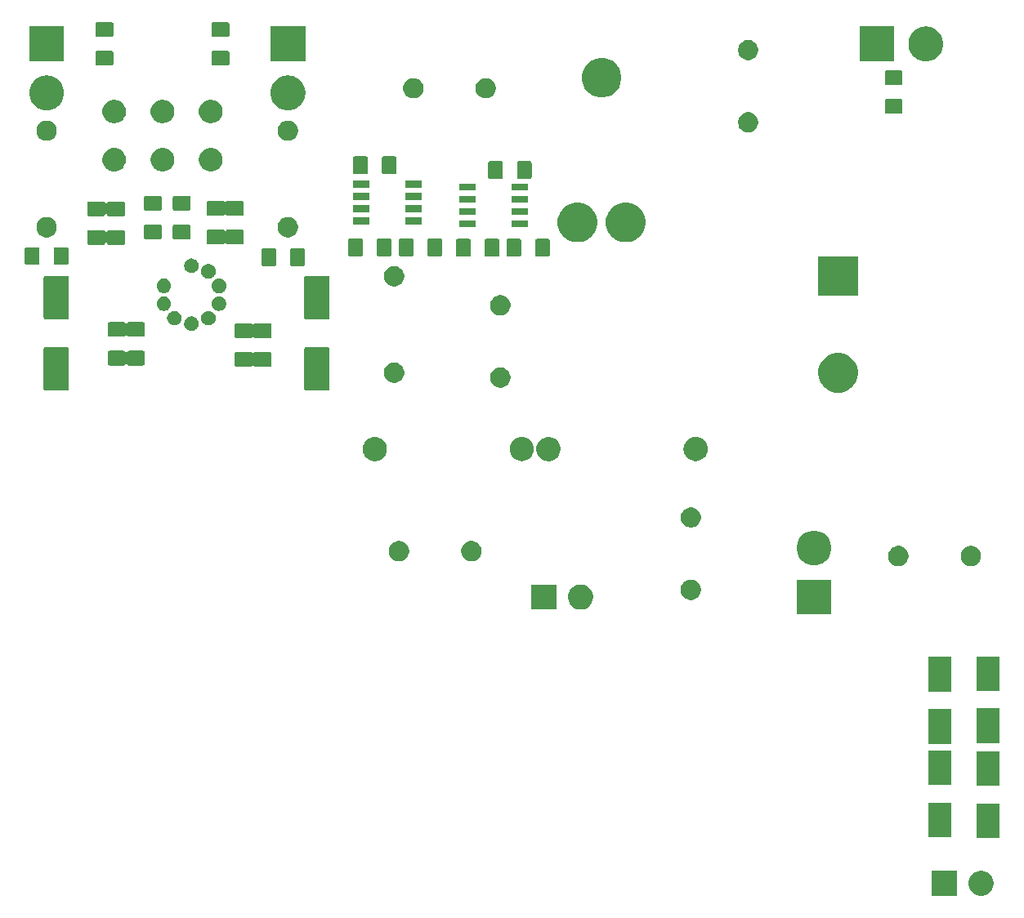
<source format=gts>
G04 #@! TF.GenerationSoftware,KiCad,Pcbnew,5.0.2-bee76a0~70~ubuntu18.04.1*
G04 #@! TF.CreationDate,2020-01-07T12:16:07+05:00*
G04 #@! TF.ProjectId,headamp,68656164-616d-4702-9e6b-696361645f70,rev?*
G04 #@! TF.SameCoordinates,Original*
G04 #@! TF.FileFunction,Soldermask,Top*
G04 #@! TF.FilePolarity,Negative*
%FSLAX46Y46*%
G04 Gerber Fmt 4.6, Leading zero omitted, Abs format (unit mm)*
G04 Created by KiCad (PCBNEW 5.0.2-bee76a0~70~ubuntu18.04.1) date Вт 07 янв 2020 12:16:07*
%MOMM*%
%LPD*%
G01*
G04 APERTURE LIST*
%ADD10C,0.100000*%
G04 APERTURE END LIST*
D10*
G36*
X-228810607Y150250696D02*
X-228573898Y150152648D01*
X-228360862Y150010302D01*
X-228179698Y149829138D01*
X-228037352Y149616102D01*
X-227939304Y149379393D01*
X-227889320Y149128107D01*
X-227889320Y148871893D01*
X-227939304Y148620607D01*
X-228037352Y148383898D01*
X-228179698Y148170862D01*
X-228360862Y147989698D01*
X-228573898Y147847352D01*
X-228810607Y147749304D01*
X-229061893Y147699320D01*
X-229318107Y147699320D01*
X-229569393Y147749304D01*
X-229806102Y147847352D01*
X-230019138Y147989698D01*
X-230200302Y148170862D01*
X-230342648Y148383898D01*
X-230440696Y148620607D01*
X-230490680Y148871893D01*
X-230490680Y149128107D01*
X-230440696Y149379393D01*
X-230342648Y149616102D01*
X-230200302Y149829138D01*
X-230019138Y150010302D01*
X-229806102Y150152648D01*
X-229569393Y150250696D01*
X-229318107Y150300680D01*
X-229061893Y150300680D01*
X-228810607Y150250696D01*
X-228810607Y150250696D01*
G37*
G36*
X-231699320Y147699320D02*
X-234300680Y147699320D01*
X-234300680Y150300680D01*
X-231699320Y150300680D01*
X-231699320Y147699320D01*
X-231699320Y147699320D01*
G37*
G36*
X-227285696Y153663210D02*
X-229687696Y153663210D01*
X-229687696Y157265210D01*
X-227285696Y157265210D01*
X-227285696Y153663210D01*
X-227285696Y153663210D01*
G37*
G36*
X-232285696Y153753210D02*
X-234687696Y153753210D01*
X-234687696Y157355210D01*
X-232285696Y157355210D01*
X-232285696Y153753210D01*
X-232285696Y153753210D01*
G37*
G36*
X-227285696Y159063210D02*
X-229687696Y159063210D01*
X-229687696Y162665210D01*
X-227285696Y162665210D01*
X-227285696Y159063210D01*
X-227285696Y159063210D01*
G37*
G36*
X-232285696Y159153210D02*
X-234687696Y159153210D01*
X-234687696Y162755210D01*
X-232285696Y162755210D01*
X-232285696Y159153210D01*
X-232285696Y159153210D01*
G37*
G36*
X-232285696Y163453210D02*
X-234687696Y163453210D01*
X-234687696Y167055210D01*
X-232285696Y167055210D01*
X-232285696Y163453210D01*
X-232285696Y163453210D01*
G37*
G36*
X-227285696Y163503210D02*
X-229687696Y163503210D01*
X-229687696Y167105210D01*
X-227285696Y167105210D01*
X-227285696Y163503210D01*
X-227285696Y163503210D01*
G37*
G36*
X-232285696Y168853210D02*
X-234687696Y168853210D01*
X-234687696Y172455210D01*
X-232285696Y172455210D01*
X-232285696Y168853210D01*
X-232285696Y168853210D01*
G37*
G36*
X-227285696Y168903210D02*
X-229687696Y168903210D01*
X-229687696Y172505210D01*
X-227285696Y172505210D01*
X-227285696Y168903210D01*
X-227285696Y168903210D01*
G37*
G36*
X-244698940Y176858940D02*
X-248301060Y176858940D01*
X-248301060Y180461060D01*
X-244698940Y180461060D01*
X-244698940Y176858940D01*
X-244698940Y176858940D01*
G37*
G36*
X-273199320Y177359320D02*
X-275800680Y177359320D01*
X-275800680Y179960680D01*
X-273199320Y179960680D01*
X-273199320Y177359320D01*
X-273199320Y177359320D01*
G37*
G36*
X-270310607Y179910696D02*
X-270073898Y179812648D01*
X-269860862Y179670302D01*
X-269679698Y179489138D01*
X-269537352Y179276102D01*
X-269439304Y179039393D01*
X-269389320Y178788107D01*
X-269389320Y178531893D01*
X-269439304Y178280607D01*
X-269537352Y178043898D01*
X-269679698Y177830862D01*
X-269860862Y177649698D01*
X-270073898Y177507352D01*
X-270310607Y177409304D01*
X-270561893Y177359320D01*
X-270818107Y177359320D01*
X-271069393Y177409304D01*
X-271306102Y177507352D01*
X-271519138Y177649698D01*
X-271700302Y177830862D01*
X-271842648Y178043898D01*
X-271940696Y178280607D01*
X-271990680Y178531893D01*
X-271990680Y178788107D01*
X-271940696Y179039393D01*
X-271842648Y179276102D01*
X-271700302Y179489138D01*
X-271519138Y179670302D01*
X-271306102Y179812648D01*
X-271069393Y179910696D01*
X-270818107Y179960680D01*
X-270561893Y179960680D01*
X-270310607Y179910696D01*
X-270310607Y179910696D01*
G37*
G36*
X-258943435Y180420611D02*
X-258752166Y180341385D01*
X-258580024Y180226363D01*
X-258433637Y180079976D01*
X-258318615Y179907834D01*
X-258239389Y179716565D01*
X-258199000Y179513516D01*
X-258199000Y179306484D01*
X-258239389Y179103435D01*
X-258318615Y178912166D01*
X-258433637Y178740024D01*
X-258580024Y178593637D01*
X-258752166Y178478615D01*
X-258943435Y178399389D01*
X-259146484Y178359000D01*
X-259353516Y178359000D01*
X-259556565Y178399389D01*
X-259747834Y178478615D01*
X-259919976Y178593637D01*
X-260066363Y178740024D01*
X-260181385Y178912166D01*
X-260260611Y179103435D01*
X-260301000Y179306484D01*
X-260301000Y179513516D01*
X-260260611Y179716565D01*
X-260181385Y179907834D01*
X-260066363Y180079976D01*
X-259919976Y180226363D01*
X-259747834Y180341385D01*
X-259556565Y180420611D01*
X-259353516Y180461000D01*
X-259146484Y180461000D01*
X-258943435Y180420611D01*
X-258943435Y180420611D01*
G37*
G36*
X-237443435Y183920611D02*
X-237252166Y183841385D01*
X-237080024Y183726363D01*
X-236933637Y183579976D01*
X-236818615Y183407834D01*
X-236739389Y183216565D01*
X-236699000Y183013516D01*
X-236699000Y182806484D01*
X-236739389Y182603435D01*
X-236818615Y182412166D01*
X-236933637Y182240024D01*
X-237080024Y182093637D01*
X-237252166Y181978615D01*
X-237443435Y181899389D01*
X-237646484Y181859000D01*
X-237853516Y181859000D01*
X-238056565Y181899389D01*
X-238247834Y181978615D01*
X-238419976Y182093637D01*
X-238566363Y182240024D01*
X-238681385Y182412166D01*
X-238760611Y182603435D01*
X-238801000Y182806484D01*
X-238801000Y183013516D01*
X-238760611Y183216565D01*
X-238681385Y183407834D01*
X-238566363Y183579976D01*
X-238419976Y183726363D01*
X-238247834Y183841385D01*
X-238056565Y183920611D01*
X-237853516Y183961000D01*
X-237646484Y183961000D01*
X-237443435Y183920611D01*
X-237443435Y183920611D01*
G37*
G36*
X-229943435Y183920611D02*
X-229752166Y183841385D01*
X-229580024Y183726363D01*
X-229433637Y183579976D01*
X-229318615Y183407834D01*
X-229239389Y183216565D01*
X-229199000Y183013516D01*
X-229199000Y182806484D01*
X-229239389Y182603435D01*
X-229318615Y182412166D01*
X-229433637Y182240024D01*
X-229580024Y182093637D01*
X-229752166Y181978615D01*
X-229943435Y181899389D01*
X-230146484Y181859000D01*
X-230353516Y181859000D01*
X-230556565Y181899389D01*
X-230747834Y181978615D01*
X-230919976Y182093637D01*
X-231066363Y182240024D01*
X-231181385Y182412166D01*
X-231260611Y182603435D01*
X-231301000Y182806484D01*
X-231301000Y183013516D01*
X-231260611Y183216565D01*
X-231181385Y183407834D01*
X-231066363Y183579976D01*
X-230919976Y183726363D01*
X-230747834Y183841385D01*
X-230556565Y183920611D01*
X-230353516Y183961000D01*
X-230146484Y183961000D01*
X-229943435Y183920611D01*
X-229943435Y183920611D01*
G37*
G36*
X-246273095Y185531211D02*
X-245974650Y185471847D01*
X-245646878Y185336079D01*
X-245351891Y185138975D01*
X-245101025Y184888109D01*
X-244903921Y184593122D01*
X-244768153Y184265350D01*
X-244698940Y183917389D01*
X-244698940Y183562611D01*
X-244768153Y183214650D01*
X-244903921Y182886878D01*
X-245101025Y182591891D01*
X-245351891Y182341025D01*
X-245646878Y182143921D01*
X-245974650Y182008153D01*
X-246273095Y181948789D01*
X-246322610Y181938940D01*
X-246677390Y181938940D01*
X-246726905Y181948789D01*
X-247025350Y182008153D01*
X-247353122Y182143921D01*
X-247648109Y182341025D01*
X-247898975Y182591891D01*
X-248096079Y182886878D01*
X-248231847Y183214650D01*
X-248301060Y183562611D01*
X-248301060Y183917389D01*
X-248231847Y184265350D01*
X-248096079Y184593122D01*
X-247898975Y184888109D01*
X-247648109Y185138975D01*
X-247353122Y185336079D01*
X-247025350Y185471847D01*
X-246726905Y185531211D01*
X-246677390Y185541060D01*
X-246322610Y185541060D01*
X-246273095Y185531211D01*
X-246273095Y185531211D01*
G37*
G36*
X-281693435Y184420611D02*
X-281502166Y184341385D01*
X-281330024Y184226363D01*
X-281183637Y184079976D01*
X-281068615Y183907834D01*
X-280989389Y183716565D01*
X-280949000Y183513516D01*
X-280949000Y183306484D01*
X-280989389Y183103435D01*
X-281068615Y182912166D01*
X-281183637Y182740024D01*
X-281330024Y182593637D01*
X-281502166Y182478615D01*
X-281693435Y182399389D01*
X-281896484Y182359000D01*
X-282103516Y182359000D01*
X-282306565Y182399389D01*
X-282497834Y182478615D01*
X-282669976Y182593637D01*
X-282816363Y182740024D01*
X-282931385Y182912166D01*
X-283010611Y183103435D01*
X-283051000Y183306484D01*
X-283051000Y183513516D01*
X-283010611Y183716565D01*
X-282931385Y183907834D01*
X-282816363Y184079976D01*
X-282669976Y184226363D01*
X-282497834Y184341385D01*
X-282306565Y184420611D01*
X-282103516Y184461000D01*
X-281896484Y184461000D01*
X-281693435Y184420611D01*
X-281693435Y184420611D01*
G37*
G36*
X-289193435Y184420611D02*
X-289002166Y184341385D01*
X-288830024Y184226363D01*
X-288683637Y184079976D01*
X-288568615Y183907834D01*
X-288489389Y183716565D01*
X-288449000Y183513516D01*
X-288449000Y183306484D01*
X-288489389Y183103435D01*
X-288568615Y182912166D01*
X-288683637Y182740024D01*
X-288830024Y182593637D01*
X-289002166Y182478615D01*
X-289193435Y182399389D01*
X-289396484Y182359000D01*
X-289603516Y182359000D01*
X-289806565Y182399389D01*
X-289997834Y182478615D01*
X-290169976Y182593637D01*
X-290316363Y182740024D01*
X-290431385Y182912166D01*
X-290510611Y183103435D01*
X-290551000Y183306484D01*
X-290551000Y183513516D01*
X-290510611Y183716565D01*
X-290431385Y183907834D01*
X-290316363Y184079976D01*
X-290169976Y184226363D01*
X-289997834Y184341385D01*
X-289806565Y184420611D01*
X-289603516Y184461000D01*
X-289396484Y184461000D01*
X-289193435Y184420611D01*
X-289193435Y184420611D01*
G37*
G36*
X-258943435Y187920611D02*
X-258752166Y187841385D01*
X-258580024Y187726363D01*
X-258433637Y187579976D01*
X-258318615Y187407834D01*
X-258239389Y187216565D01*
X-258199000Y187013516D01*
X-258199000Y186806484D01*
X-258239389Y186603435D01*
X-258318615Y186412166D01*
X-258433637Y186240024D01*
X-258580024Y186093637D01*
X-258752166Y185978615D01*
X-258943435Y185899389D01*
X-259146484Y185859000D01*
X-259353516Y185859000D01*
X-259556565Y185899389D01*
X-259747834Y185978615D01*
X-259919976Y186093637D01*
X-260066363Y186240024D01*
X-260181385Y186412166D01*
X-260260611Y186603435D01*
X-260301000Y186806484D01*
X-260301000Y187013516D01*
X-260260611Y187216565D01*
X-260181385Y187407834D01*
X-260066363Y187579976D01*
X-259919976Y187726363D01*
X-259747834Y187841385D01*
X-259556565Y187920611D01*
X-259353516Y187961000D01*
X-259146484Y187961000D01*
X-258943435Y187920611D01*
X-258943435Y187920611D01*
G37*
G36*
X-258514761Y195232899D02*
X-258278947Y195161366D01*
X-258061619Y195045201D01*
X-257871129Y194888871D01*
X-257714799Y194698381D01*
X-257598634Y194481053D01*
X-257527101Y194245239D01*
X-257502947Y194000000D01*
X-257527101Y193754761D01*
X-257598634Y193518947D01*
X-257714799Y193301619D01*
X-257871129Y193111129D01*
X-258061619Y192954799D01*
X-258278947Y192838634D01*
X-258514761Y192767101D01*
X-258698543Y192749000D01*
X-258821457Y192749000D01*
X-259005239Y192767101D01*
X-259241053Y192838634D01*
X-259458381Y192954799D01*
X-259648871Y193111129D01*
X-259805201Y193301619D01*
X-259921366Y193518947D01*
X-259992899Y193754761D01*
X-260017053Y194000000D01*
X-259992899Y194245239D01*
X-259921366Y194481053D01*
X-259805201Y194698381D01*
X-259648871Y194888871D01*
X-259458381Y195045201D01*
X-259241053Y195161366D01*
X-259005239Y195232899D01*
X-258821457Y195251000D01*
X-258698543Y195251000D01*
X-258514761Y195232899D01*
X-258514761Y195232899D01*
G37*
G36*
X-273816365Y195238981D02*
X-273635097Y195202925D01*
X-273407429Y195108622D01*
X-273312512Y195045200D01*
X-273202531Y194971713D01*
X-273028287Y194797469D01*
X-273028285Y194797466D01*
X-272891378Y194592571D01*
X-272797075Y194364903D01*
X-272749000Y194123213D01*
X-272749000Y193876787D01*
X-272797075Y193635097D01*
X-272891378Y193407429D01*
X-272962079Y193301618D01*
X-273028287Y193202531D01*
X-273202531Y193028287D01*
X-273202534Y193028285D01*
X-273407429Y192891378D01*
X-273635097Y192797075D01*
X-273785787Y192767101D01*
X-273876786Y192749000D01*
X-274123214Y192749000D01*
X-274214213Y192767101D01*
X-274364903Y192797075D01*
X-274592571Y192891378D01*
X-274797466Y193028285D01*
X-274797469Y193028287D01*
X-274971713Y193202531D01*
X-275037921Y193301618D01*
X-275108622Y193407429D01*
X-275202925Y193635097D01*
X-275251000Y193876787D01*
X-275251000Y194123213D01*
X-275202925Y194364903D01*
X-275108622Y194592571D01*
X-274971715Y194797466D01*
X-274971713Y194797469D01*
X-274797469Y194971713D01*
X-274687488Y195045200D01*
X-274592571Y195108622D01*
X-274364903Y195202925D01*
X-274183635Y195238981D01*
X-274123214Y195251000D01*
X-273876786Y195251000D01*
X-273816365Y195238981D01*
X-273816365Y195238981D01*
G37*
G36*
X-276514761Y195232899D02*
X-276278947Y195161366D01*
X-276061619Y195045201D01*
X-275871129Y194888871D01*
X-275714799Y194698381D01*
X-275598634Y194481053D01*
X-275527101Y194245239D01*
X-275502947Y194000000D01*
X-275527101Y193754761D01*
X-275598634Y193518947D01*
X-275714799Y193301619D01*
X-275871129Y193111129D01*
X-276061619Y192954799D01*
X-276278947Y192838634D01*
X-276514761Y192767101D01*
X-276698543Y192749000D01*
X-276821457Y192749000D01*
X-277005239Y192767101D01*
X-277241053Y192838634D01*
X-277458381Y192954799D01*
X-277648871Y193111129D01*
X-277805201Y193301619D01*
X-277921366Y193518947D01*
X-277992899Y193754761D01*
X-278017053Y194000000D01*
X-277992899Y194245239D01*
X-277921366Y194481053D01*
X-277805201Y194698381D01*
X-277648871Y194888871D01*
X-277458381Y195045201D01*
X-277241053Y195161366D01*
X-277005239Y195232899D01*
X-276821457Y195251000D01*
X-276698543Y195251000D01*
X-276514761Y195232899D01*
X-276514761Y195232899D01*
G37*
G36*
X-291816365Y195238981D02*
X-291635097Y195202925D01*
X-291407429Y195108622D01*
X-291312512Y195045200D01*
X-291202531Y194971713D01*
X-291028287Y194797469D01*
X-291028285Y194797466D01*
X-290891378Y194592571D01*
X-290797075Y194364903D01*
X-290749000Y194123213D01*
X-290749000Y193876787D01*
X-290797075Y193635097D01*
X-290891378Y193407429D01*
X-290962079Y193301618D01*
X-291028287Y193202531D01*
X-291202531Y193028287D01*
X-291202534Y193028285D01*
X-291407429Y192891378D01*
X-291635097Y192797075D01*
X-291785787Y192767101D01*
X-291876786Y192749000D01*
X-292123214Y192749000D01*
X-292214213Y192767101D01*
X-292364903Y192797075D01*
X-292592571Y192891378D01*
X-292797466Y193028285D01*
X-292797469Y193028287D01*
X-292971713Y193202531D01*
X-293037921Y193301618D01*
X-293108622Y193407429D01*
X-293202925Y193635097D01*
X-293251000Y193876787D01*
X-293251000Y194123213D01*
X-293202925Y194364903D01*
X-293108622Y194592571D01*
X-292971715Y194797466D01*
X-292971713Y194797469D01*
X-292797469Y194971713D01*
X-292687488Y195045200D01*
X-292592571Y195108622D01*
X-292364903Y195202925D01*
X-292183635Y195238981D01*
X-292123214Y195251000D01*
X-291876786Y195251000D01*
X-291816365Y195238981D01*
X-291816365Y195238981D01*
G37*
G36*
X-243401748Y203882182D02*
X-243401746Y203882181D01*
X-243401745Y203882181D01*
X-243028487Y203727573D01*
X-243028486Y203727572D01*
X-242692561Y203503114D01*
X-242406886Y203217439D01*
X-242406884Y203217436D01*
X-242182427Y202881513D01*
X-242038968Y202535171D01*
X-242027818Y202508252D01*
X-241949000Y202112007D01*
X-241949000Y201707993D01*
X-241987684Y201513514D01*
X-242027819Y201311745D01*
X-242182427Y200938487D01*
X-242235539Y200859000D01*
X-242406886Y200602561D01*
X-242692561Y200316886D01*
X-242692564Y200316884D01*
X-243028487Y200092427D01*
X-243401745Y199937819D01*
X-243401746Y199937819D01*
X-243401748Y199937818D01*
X-243797993Y199859000D01*
X-244202007Y199859000D01*
X-244598252Y199937818D01*
X-244598254Y199937819D01*
X-244598255Y199937819D01*
X-244971513Y200092427D01*
X-245307436Y200316884D01*
X-245307439Y200316886D01*
X-245593114Y200602561D01*
X-245764461Y200859000D01*
X-245817573Y200938487D01*
X-245972181Y201311745D01*
X-246012315Y201513514D01*
X-246051000Y201707993D01*
X-246051000Y202112007D01*
X-245972182Y202508252D01*
X-245961032Y202535171D01*
X-245817573Y202881513D01*
X-245593116Y203217436D01*
X-245593114Y203217439D01*
X-245307439Y203503114D01*
X-244971514Y203727572D01*
X-244971513Y203727573D01*
X-244598255Y203882181D01*
X-244598254Y203882181D01*
X-244598252Y203882182D01*
X-244202007Y203961000D01*
X-243797993Y203961000D01*
X-243401748Y203882182D01*
X-243401748Y203882182D01*
G37*
G36*
X-296828065Y204547329D02*
X-296798126Y204538247D01*
X-296770531Y204523497D01*
X-296746349Y204503651D01*
X-296726503Y204479469D01*
X-296711753Y204451874D01*
X-296702671Y204421935D01*
X-296699000Y204384660D01*
X-296699000Y200215340D01*
X-296702671Y200178065D01*
X-296711753Y200148126D01*
X-296726503Y200120531D01*
X-296746349Y200096349D01*
X-296770531Y200076503D01*
X-296798126Y200061753D01*
X-296828065Y200052671D01*
X-296865340Y200049000D01*
X-299134660Y200049000D01*
X-299171935Y200052671D01*
X-299201874Y200061753D01*
X-299229469Y200076503D01*
X-299253651Y200096349D01*
X-299273497Y200120531D01*
X-299288247Y200148126D01*
X-299297329Y200178065D01*
X-299301000Y200215340D01*
X-299301000Y204384660D01*
X-299297329Y204421935D01*
X-299288247Y204451874D01*
X-299273497Y204479469D01*
X-299253651Y204503651D01*
X-299229469Y204523497D01*
X-299201874Y204538247D01*
X-299171935Y204547329D01*
X-299134660Y204551000D01*
X-296865340Y204551000D01*
X-296828065Y204547329D01*
X-296828065Y204547329D01*
G37*
G36*
X-323828065Y204547329D02*
X-323798126Y204538247D01*
X-323770531Y204523497D01*
X-323746349Y204503651D01*
X-323726503Y204479469D01*
X-323711753Y204451874D01*
X-323702671Y204421935D01*
X-323699000Y204384660D01*
X-323699000Y200215340D01*
X-323702671Y200178065D01*
X-323711753Y200148126D01*
X-323726503Y200120531D01*
X-323746349Y200096349D01*
X-323770531Y200076503D01*
X-323798126Y200061753D01*
X-323828065Y200052671D01*
X-323865340Y200049000D01*
X-326134660Y200049000D01*
X-326171935Y200052671D01*
X-326201874Y200061753D01*
X-326229469Y200076503D01*
X-326253651Y200096349D01*
X-326273497Y200120531D01*
X-326288247Y200148126D01*
X-326297329Y200178065D01*
X-326301000Y200215340D01*
X-326301000Y204384660D01*
X-326297329Y204421935D01*
X-326288247Y204451874D01*
X-326273497Y204479469D01*
X-326253651Y204503651D01*
X-326229469Y204523497D01*
X-326201874Y204538247D01*
X-326171935Y204547329D01*
X-326134660Y204551000D01*
X-323865340Y204551000D01*
X-323828065Y204547329D01*
X-323828065Y204547329D01*
G37*
G36*
X-278693435Y202420611D02*
X-278502166Y202341385D01*
X-278330024Y202226363D01*
X-278183637Y202079976D01*
X-278068615Y201907834D01*
X-277989389Y201716565D01*
X-277949000Y201513516D01*
X-277949000Y201306484D01*
X-277989389Y201103435D01*
X-278068615Y200912166D01*
X-278183637Y200740024D01*
X-278330024Y200593637D01*
X-278502166Y200478615D01*
X-278693435Y200399389D01*
X-278896484Y200359000D01*
X-279103516Y200359000D01*
X-279306565Y200399389D01*
X-279497834Y200478615D01*
X-279669976Y200593637D01*
X-279816363Y200740024D01*
X-279931385Y200912166D01*
X-280010611Y201103435D01*
X-280051000Y201306484D01*
X-280051000Y201513516D01*
X-280010611Y201716565D01*
X-279931385Y201907834D01*
X-279816363Y202079976D01*
X-279669976Y202226363D01*
X-279497834Y202341385D01*
X-279306565Y202420611D01*
X-279103516Y202461000D01*
X-278896484Y202461000D01*
X-278693435Y202420611D01*
X-278693435Y202420611D01*
G37*
G36*
X-289693435Y202920611D02*
X-289502166Y202841385D01*
X-289330024Y202726363D01*
X-289183637Y202579976D01*
X-289068615Y202407834D01*
X-288989389Y202216565D01*
X-288949000Y202013516D01*
X-288949000Y201806484D01*
X-288989389Y201603435D01*
X-289068615Y201412166D01*
X-289183637Y201240024D01*
X-289330024Y201093637D01*
X-289502166Y200978615D01*
X-289693435Y200899389D01*
X-289896484Y200859000D01*
X-290103516Y200859000D01*
X-290306565Y200899389D01*
X-290497834Y200978615D01*
X-290669976Y201093637D01*
X-290816363Y201240024D01*
X-290931385Y201412166D01*
X-291010611Y201603435D01*
X-291051000Y201806484D01*
X-291051000Y202013516D01*
X-291010611Y202216565D01*
X-290931385Y202407834D01*
X-290816363Y202579976D01*
X-290669976Y202726363D01*
X-290497834Y202841385D01*
X-290306565Y202920611D01*
X-290103516Y202961000D01*
X-289896484Y202961000D01*
X-289693435Y202920611D01*
X-289693435Y202920611D01*
G37*
G36*
X-304836865Y204053809D02*
X-304801950Y204043217D01*
X-304769762Y204026012D01*
X-304741554Y204002863D01*
X-304712664Y203967660D01*
X-304709052Y203962255D01*
X-304691724Y203944928D01*
X-304671349Y203931315D01*
X-304648710Y203921938D01*
X-304624677Y203917158D01*
X-304600172Y203917158D01*
X-304576139Y203921939D01*
X-304553500Y203931317D01*
X-304533126Y203944931D01*
X-304515799Y203962259D01*
X-304512189Y203967662D01*
X-304483300Y204002863D01*
X-304455092Y204026012D01*
X-304422904Y204043217D01*
X-304387989Y204053809D01*
X-304345532Y204057990D01*
X-302879322Y204057990D01*
X-302836865Y204053809D01*
X-302801950Y204043217D01*
X-302769762Y204026012D01*
X-302741554Y204002863D01*
X-302718405Y203974655D01*
X-302701200Y203942467D01*
X-302690608Y203907552D01*
X-302686427Y203865095D01*
X-302686427Y202723885D01*
X-302690608Y202681428D01*
X-302701200Y202646513D01*
X-302718405Y202614325D01*
X-302741554Y202586117D01*
X-302769762Y202562968D01*
X-302801950Y202545763D01*
X-302836865Y202535171D01*
X-302879322Y202530990D01*
X-304345532Y202530990D01*
X-304387989Y202535171D01*
X-304422904Y202545763D01*
X-304455092Y202562968D01*
X-304483300Y202586117D01*
X-304512190Y202621320D01*
X-304515802Y202626725D01*
X-304533130Y202644052D01*
X-304553505Y202657665D01*
X-304576144Y202667042D01*
X-304600177Y202671822D01*
X-304624682Y202671822D01*
X-304648715Y202667041D01*
X-304671354Y202657663D01*
X-304691728Y202644049D01*
X-304709055Y202626721D01*
X-304712665Y202621318D01*
X-304741554Y202586117D01*
X-304769762Y202562968D01*
X-304801950Y202545763D01*
X-304836865Y202535171D01*
X-304879322Y202530990D01*
X-306345532Y202530990D01*
X-306387989Y202535171D01*
X-306422904Y202545763D01*
X-306455092Y202562968D01*
X-306483300Y202586117D01*
X-306506449Y202614325D01*
X-306523654Y202646513D01*
X-306534246Y202681428D01*
X-306538427Y202723885D01*
X-306538427Y203865095D01*
X-306534246Y203907552D01*
X-306523654Y203942467D01*
X-306506449Y203974655D01*
X-306483300Y204002863D01*
X-306455092Y204026012D01*
X-306422904Y204043217D01*
X-306387989Y204053809D01*
X-306345532Y204057990D01*
X-304879322Y204057990D01*
X-304836865Y204053809D01*
X-304836865Y204053809D01*
G37*
G36*
X-317973782Y204181819D02*
X-317938867Y204171227D01*
X-317906679Y204154022D01*
X-317878471Y204130873D01*
X-317849581Y204095670D01*
X-317845969Y204090265D01*
X-317828641Y204072938D01*
X-317808266Y204059325D01*
X-317785627Y204049948D01*
X-317761594Y204045168D01*
X-317737089Y204045168D01*
X-317713056Y204049949D01*
X-317690417Y204059327D01*
X-317670043Y204072941D01*
X-317652716Y204090269D01*
X-317649106Y204095672D01*
X-317620217Y204130873D01*
X-317592009Y204154022D01*
X-317559821Y204171227D01*
X-317524906Y204181819D01*
X-317482449Y204186000D01*
X-316016239Y204186000D01*
X-315973782Y204181819D01*
X-315938867Y204171227D01*
X-315906679Y204154022D01*
X-315878471Y204130873D01*
X-315855322Y204102665D01*
X-315838117Y204070477D01*
X-315827525Y204035562D01*
X-315823344Y203993105D01*
X-315823344Y202851895D01*
X-315827525Y202809438D01*
X-315838117Y202774523D01*
X-315855322Y202742335D01*
X-315878471Y202714127D01*
X-315906679Y202690978D01*
X-315938867Y202673773D01*
X-315973782Y202663181D01*
X-316016239Y202659000D01*
X-317482449Y202659000D01*
X-317524906Y202663181D01*
X-317559821Y202673773D01*
X-317592009Y202690978D01*
X-317620217Y202714127D01*
X-317649107Y202749330D01*
X-317652719Y202754735D01*
X-317670047Y202772062D01*
X-317690422Y202785675D01*
X-317713061Y202795052D01*
X-317737094Y202799832D01*
X-317761599Y202799832D01*
X-317785632Y202795051D01*
X-317808271Y202785673D01*
X-317828645Y202772059D01*
X-317845972Y202754731D01*
X-317849582Y202749328D01*
X-317878471Y202714127D01*
X-317906679Y202690978D01*
X-317938867Y202673773D01*
X-317973782Y202663181D01*
X-318016239Y202659000D01*
X-319482449Y202659000D01*
X-319524906Y202663181D01*
X-319559821Y202673773D01*
X-319592009Y202690978D01*
X-319620217Y202714127D01*
X-319643366Y202742335D01*
X-319660571Y202774523D01*
X-319671163Y202809438D01*
X-319675344Y202851895D01*
X-319675344Y203993105D01*
X-319671163Y204035562D01*
X-319660571Y204070477D01*
X-319643366Y204102665D01*
X-319620217Y204130873D01*
X-319592009Y204154022D01*
X-319559821Y204171227D01*
X-319524906Y204181819D01*
X-319482449Y204186000D01*
X-318016239Y204186000D01*
X-317973782Y204181819D01*
X-317973782Y204181819D01*
G37*
G36*
X-304836865Y207028809D02*
X-304801950Y207018217D01*
X-304769762Y207001012D01*
X-304741554Y206977863D01*
X-304712664Y206942660D01*
X-304709052Y206937255D01*
X-304691724Y206919928D01*
X-304671349Y206906315D01*
X-304648710Y206896938D01*
X-304624677Y206892158D01*
X-304600172Y206892158D01*
X-304576139Y206896939D01*
X-304553500Y206906317D01*
X-304533126Y206919931D01*
X-304515799Y206937259D01*
X-304512189Y206942662D01*
X-304483300Y206977863D01*
X-304455092Y207001012D01*
X-304422904Y207018217D01*
X-304387989Y207028809D01*
X-304345532Y207032990D01*
X-302879322Y207032990D01*
X-302836865Y207028809D01*
X-302801950Y207018217D01*
X-302769762Y207001012D01*
X-302741554Y206977863D01*
X-302718405Y206949655D01*
X-302701200Y206917467D01*
X-302690608Y206882552D01*
X-302686427Y206840095D01*
X-302686427Y205698885D01*
X-302690608Y205656428D01*
X-302701200Y205621513D01*
X-302718405Y205589325D01*
X-302741554Y205561117D01*
X-302769762Y205537968D01*
X-302801950Y205520763D01*
X-302836865Y205510171D01*
X-302879322Y205505990D01*
X-304345532Y205505990D01*
X-304387989Y205510171D01*
X-304422904Y205520763D01*
X-304455092Y205537968D01*
X-304483300Y205561117D01*
X-304512190Y205596320D01*
X-304515802Y205601725D01*
X-304533130Y205619052D01*
X-304553505Y205632665D01*
X-304576144Y205642042D01*
X-304600177Y205646822D01*
X-304624682Y205646822D01*
X-304648715Y205642041D01*
X-304671354Y205632663D01*
X-304691728Y205619049D01*
X-304709055Y205601721D01*
X-304712665Y205596318D01*
X-304741554Y205561117D01*
X-304769762Y205537968D01*
X-304801950Y205520763D01*
X-304836865Y205510171D01*
X-304879322Y205505990D01*
X-306345532Y205505990D01*
X-306387989Y205510171D01*
X-306422904Y205520763D01*
X-306455092Y205537968D01*
X-306483300Y205561117D01*
X-306506449Y205589325D01*
X-306523654Y205621513D01*
X-306534246Y205656428D01*
X-306538427Y205698885D01*
X-306538427Y206840095D01*
X-306534246Y206882552D01*
X-306523654Y206917467D01*
X-306506449Y206949655D01*
X-306483300Y206977863D01*
X-306455092Y207001012D01*
X-306422904Y207018217D01*
X-306387989Y207028809D01*
X-306345532Y207032990D01*
X-304879322Y207032990D01*
X-304836865Y207028809D01*
X-304836865Y207028809D01*
G37*
G36*
X-317973782Y207156819D02*
X-317938867Y207146227D01*
X-317906679Y207129022D01*
X-317878471Y207105873D01*
X-317849581Y207070670D01*
X-317845969Y207065265D01*
X-317828641Y207047938D01*
X-317808266Y207034325D01*
X-317785627Y207024948D01*
X-317761594Y207020168D01*
X-317737089Y207020168D01*
X-317713056Y207024949D01*
X-317690417Y207034327D01*
X-317670043Y207047941D01*
X-317652716Y207065269D01*
X-317649106Y207070672D01*
X-317620217Y207105873D01*
X-317592009Y207129022D01*
X-317559821Y207146227D01*
X-317524906Y207156819D01*
X-317482449Y207161000D01*
X-316016239Y207161000D01*
X-315973782Y207156819D01*
X-315938867Y207146227D01*
X-315906679Y207129022D01*
X-315878471Y207105873D01*
X-315855322Y207077665D01*
X-315838117Y207045477D01*
X-315827525Y207010562D01*
X-315823344Y206968105D01*
X-315823344Y205826895D01*
X-315827525Y205784438D01*
X-315838117Y205749523D01*
X-315855322Y205717335D01*
X-315878471Y205689127D01*
X-315906679Y205665978D01*
X-315938867Y205648773D01*
X-315973782Y205638181D01*
X-316016239Y205634000D01*
X-317482449Y205634000D01*
X-317524906Y205638181D01*
X-317559821Y205648773D01*
X-317592009Y205665978D01*
X-317620217Y205689127D01*
X-317649107Y205724330D01*
X-317652719Y205729735D01*
X-317670047Y205747062D01*
X-317690422Y205760675D01*
X-317713061Y205770052D01*
X-317737094Y205774832D01*
X-317761599Y205774832D01*
X-317785632Y205770051D01*
X-317808271Y205760673D01*
X-317828645Y205747059D01*
X-317845972Y205729731D01*
X-317849582Y205724328D01*
X-317878471Y205689127D01*
X-317906679Y205665978D01*
X-317938867Y205648773D01*
X-317973782Y205638181D01*
X-318016239Y205634000D01*
X-319482449Y205634000D01*
X-319524906Y205638181D01*
X-319559821Y205648773D01*
X-319592009Y205665978D01*
X-319620217Y205689127D01*
X-319643366Y205717335D01*
X-319660571Y205749523D01*
X-319671163Y205784438D01*
X-319675344Y205826895D01*
X-319675344Y206968105D01*
X-319671163Y207010562D01*
X-319660571Y207045477D01*
X-319643366Y207077665D01*
X-319620217Y207105873D01*
X-319592009Y207129022D01*
X-319559821Y207146227D01*
X-319524906Y207156819D01*
X-319482449Y207161000D01*
X-318016239Y207161000D01*
X-317973782Y207156819D01*
X-317973782Y207156819D01*
G37*
G36*
X-310867996Y207739456D02*
X-310780941Y207722140D01*
X-310644268Y207665528D01*
X-310560605Y207609626D01*
X-310521262Y207583338D01*
X-310416662Y207478738D01*
X-310416660Y207478735D01*
X-310334472Y207355732D01*
X-310277860Y207219059D01*
X-310260544Y207132004D01*
X-310249000Y207073969D01*
X-310249000Y206926031D01*
X-310255738Y206892158D01*
X-310277860Y206780941D01*
X-310334472Y206644268D01*
X-310334473Y206644267D01*
X-310416662Y206521262D01*
X-310521262Y206416662D01*
X-310521265Y206416660D01*
X-310644268Y206334472D01*
X-310780941Y206277860D01*
X-310867996Y206260544D01*
X-310926031Y206249000D01*
X-311073969Y206249000D01*
X-311132004Y206260544D01*
X-311219059Y206277860D01*
X-311355732Y206334472D01*
X-311478735Y206416660D01*
X-311478738Y206416662D01*
X-311583338Y206521262D01*
X-311665527Y206644267D01*
X-311665528Y206644268D01*
X-311722140Y206780941D01*
X-311744262Y206892158D01*
X-311751000Y206926031D01*
X-311751000Y207073969D01*
X-311739456Y207132004D01*
X-311722140Y207219059D01*
X-311665528Y207355732D01*
X-311583340Y207478735D01*
X-311583338Y207478738D01*
X-311478738Y207583338D01*
X-311439395Y207609626D01*
X-311355732Y207665528D01*
X-311219059Y207722140D01*
X-311132004Y207739456D01*
X-311073969Y207751000D01*
X-310926031Y207751000D01*
X-310867996Y207739456D01*
X-310867996Y207739456D01*
G37*
G36*
X-309104640Y208312405D02*
X-309017585Y208295089D01*
X-308880912Y208238477D01*
X-308880911Y208238476D01*
X-308757906Y208156287D01*
X-308653306Y208051687D01*
X-308653304Y208051684D01*
X-308571116Y207928681D01*
X-308514504Y207792008D01*
X-308506347Y207751000D01*
X-308485644Y207646918D01*
X-308485644Y207498980D01*
X-308489671Y207478735D01*
X-308514504Y207353890D01*
X-308571116Y207217217D01*
X-308571117Y207217216D01*
X-308653306Y207094211D01*
X-308757906Y206989611D01*
X-308757909Y206989609D01*
X-308880912Y206907421D01*
X-309017585Y206850809D01*
X-309104640Y206833493D01*
X-309162675Y206821949D01*
X-309310613Y206821949D01*
X-309368648Y206833493D01*
X-309455703Y206850809D01*
X-309592376Y206907421D01*
X-309715379Y206989609D01*
X-309715382Y206989611D01*
X-309819982Y207094211D01*
X-309902171Y207217216D01*
X-309902172Y207217217D01*
X-309958784Y207353890D01*
X-309983617Y207478735D01*
X-309987644Y207498980D01*
X-309987644Y207646918D01*
X-309966941Y207751000D01*
X-309958784Y207792008D01*
X-309902172Y207928681D01*
X-309819984Y208051684D01*
X-309819982Y208051687D01*
X-309715382Y208156287D01*
X-309592377Y208238476D01*
X-309592376Y208238477D01*
X-309455703Y208295089D01*
X-309368648Y208312405D01*
X-309310613Y208323949D01*
X-309162675Y208323949D01*
X-309104640Y208312405D01*
X-309104640Y208312405D01*
G37*
G36*
X-312631352Y208312405D02*
X-312544297Y208295089D01*
X-312407624Y208238477D01*
X-312407623Y208238476D01*
X-312284618Y208156287D01*
X-312180018Y208051687D01*
X-312180016Y208051684D01*
X-312097828Y207928681D01*
X-312041216Y207792008D01*
X-312033059Y207751000D01*
X-312012356Y207646918D01*
X-312012356Y207498980D01*
X-312016383Y207478735D01*
X-312041216Y207353890D01*
X-312097828Y207217217D01*
X-312097829Y207217216D01*
X-312180018Y207094211D01*
X-312284618Y206989611D01*
X-312284621Y206989609D01*
X-312407624Y206907421D01*
X-312544297Y206850809D01*
X-312631352Y206833493D01*
X-312689387Y206821949D01*
X-312837325Y206821949D01*
X-312895360Y206833493D01*
X-312982415Y206850809D01*
X-313119088Y206907421D01*
X-313242091Y206989609D01*
X-313242094Y206989611D01*
X-313346694Y207094211D01*
X-313428883Y207217216D01*
X-313428884Y207217217D01*
X-313485496Y207353890D01*
X-313510329Y207478735D01*
X-313514356Y207498980D01*
X-313514356Y207646918D01*
X-313493653Y207751000D01*
X-313485496Y207792008D01*
X-313428884Y207928681D01*
X-313346696Y208051684D01*
X-313346694Y208051687D01*
X-313242094Y208156287D01*
X-313119089Y208238476D01*
X-313119088Y208238477D01*
X-312982415Y208295089D01*
X-312895360Y208312405D01*
X-312837325Y208323949D01*
X-312689387Y208323949D01*
X-312631352Y208312405D01*
X-312631352Y208312405D01*
G37*
G36*
X-323828065Y211947329D02*
X-323798126Y211938247D01*
X-323770531Y211923497D01*
X-323746349Y211903651D01*
X-323726503Y211879469D01*
X-323711753Y211851874D01*
X-323702671Y211821935D01*
X-323699000Y211784660D01*
X-323699000Y207615340D01*
X-323702671Y207578065D01*
X-323711753Y207548126D01*
X-323726503Y207520531D01*
X-323746349Y207496349D01*
X-323770531Y207476503D01*
X-323798126Y207461753D01*
X-323828065Y207452671D01*
X-323865340Y207449000D01*
X-326134660Y207449000D01*
X-326171935Y207452671D01*
X-326201874Y207461753D01*
X-326229469Y207476503D01*
X-326253651Y207496349D01*
X-326273497Y207520531D01*
X-326288247Y207548126D01*
X-326297329Y207578065D01*
X-326301000Y207615340D01*
X-326301000Y211784660D01*
X-326297329Y211821935D01*
X-326288247Y211851874D01*
X-326273497Y211879469D01*
X-326253651Y211903651D01*
X-326229469Y211923497D01*
X-326201874Y211938247D01*
X-326171935Y211947329D01*
X-326134660Y211951000D01*
X-323865340Y211951000D01*
X-323828065Y211947329D01*
X-323828065Y211947329D01*
G37*
G36*
X-296828065Y211947329D02*
X-296798126Y211938247D01*
X-296770531Y211923497D01*
X-296746349Y211903651D01*
X-296726503Y211879469D01*
X-296711753Y211851874D01*
X-296702671Y211821935D01*
X-296699000Y211784660D01*
X-296699000Y207615340D01*
X-296702671Y207578065D01*
X-296711753Y207548126D01*
X-296726503Y207520531D01*
X-296746349Y207496349D01*
X-296770531Y207476503D01*
X-296798126Y207461753D01*
X-296828065Y207452671D01*
X-296865340Y207449000D01*
X-299134660Y207449000D01*
X-299171935Y207452671D01*
X-299201874Y207461753D01*
X-299229469Y207476503D01*
X-299253651Y207496349D01*
X-299273497Y207520531D01*
X-299288247Y207548126D01*
X-299297329Y207578065D01*
X-299301000Y207615340D01*
X-299301000Y211784660D01*
X-299297329Y211821935D01*
X-299288247Y211851874D01*
X-299273497Y211879469D01*
X-299253651Y211903651D01*
X-299229469Y211923497D01*
X-299201874Y211938247D01*
X-299171935Y211947329D01*
X-299134660Y211951000D01*
X-296865340Y211951000D01*
X-296828065Y211947329D01*
X-296828065Y211947329D01*
G37*
G36*
X-278693435Y209920611D02*
X-278502166Y209841385D01*
X-278330024Y209726363D01*
X-278183637Y209579976D01*
X-278068615Y209407834D01*
X-277989389Y209216565D01*
X-277949000Y209013516D01*
X-277949000Y208806484D01*
X-277989389Y208603435D01*
X-278068615Y208412166D01*
X-278183637Y208240024D01*
X-278330024Y208093637D01*
X-278502166Y207978615D01*
X-278693435Y207899389D01*
X-278896484Y207859000D01*
X-279103516Y207859000D01*
X-279306565Y207899389D01*
X-279497834Y207978615D01*
X-279669976Y208093637D01*
X-279816363Y208240024D01*
X-279931385Y208412166D01*
X-280010611Y208603435D01*
X-280051000Y208806484D01*
X-280051000Y209013516D01*
X-280010611Y209216565D01*
X-279931385Y209407834D01*
X-279816363Y209579976D01*
X-279669976Y209726363D01*
X-279497834Y209841385D01*
X-279306565Y209920611D01*
X-279103516Y209961000D01*
X-278896484Y209961000D01*
X-278693435Y209920611D01*
X-278693435Y209920611D01*
G37*
G36*
X-308014826Y209812405D02*
X-307927771Y209795089D01*
X-307791098Y209738477D01*
X-307669751Y209657395D01*
X-307668092Y209656287D01*
X-307563492Y209551687D01*
X-307563490Y209551684D01*
X-307481302Y209428681D01*
X-307424690Y209292008D01*
X-307395830Y209146916D01*
X-307395830Y208998982D01*
X-307424690Y208853890D01*
X-307481302Y208717217D01*
X-307481303Y208717216D01*
X-307563492Y208594211D01*
X-307668092Y208489611D01*
X-307668095Y208489609D01*
X-307791098Y208407421D01*
X-307927771Y208350809D01*
X-308014826Y208333493D01*
X-308072861Y208321949D01*
X-308220799Y208321949D01*
X-308278834Y208333493D01*
X-308365889Y208350809D01*
X-308502562Y208407421D01*
X-308625565Y208489609D01*
X-308625568Y208489611D01*
X-308730168Y208594211D01*
X-308812357Y208717216D01*
X-308812358Y208717217D01*
X-308868970Y208853890D01*
X-308897830Y208998982D01*
X-308897830Y209146916D01*
X-308868970Y209292008D01*
X-308812358Y209428681D01*
X-308730170Y209551684D01*
X-308730168Y209551687D01*
X-308625568Y209656287D01*
X-308623909Y209657395D01*
X-308502562Y209738477D01*
X-308365889Y209795089D01*
X-308278834Y209812405D01*
X-308220799Y209823949D01*
X-308072861Y209823949D01*
X-308014826Y209812405D01*
X-308014826Y209812405D01*
G37*
G36*
X-313721166Y209812405D02*
X-313634111Y209795089D01*
X-313497438Y209738477D01*
X-313376091Y209657395D01*
X-313374432Y209656287D01*
X-313269832Y209551687D01*
X-313269830Y209551684D01*
X-313187642Y209428681D01*
X-313131030Y209292008D01*
X-313102170Y209146916D01*
X-313102170Y208998982D01*
X-313131030Y208853890D01*
X-313187642Y208717217D01*
X-313187643Y208717216D01*
X-313269832Y208594211D01*
X-313374432Y208489611D01*
X-313374435Y208489609D01*
X-313497438Y208407421D01*
X-313634111Y208350809D01*
X-313721166Y208333493D01*
X-313779201Y208321949D01*
X-313927139Y208321949D01*
X-313985174Y208333493D01*
X-314072229Y208350809D01*
X-314208902Y208407421D01*
X-314331905Y208489609D01*
X-314331908Y208489611D01*
X-314436508Y208594211D01*
X-314518697Y208717216D01*
X-314518698Y208717217D01*
X-314575310Y208853890D01*
X-314604170Y208998982D01*
X-314604170Y209146916D01*
X-314575310Y209292008D01*
X-314518698Y209428681D01*
X-314436510Y209551684D01*
X-314436508Y209551687D01*
X-314331908Y209656287D01*
X-314330249Y209657395D01*
X-314208902Y209738477D01*
X-314072229Y209795089D01*
X-313985174Y209812405D01*
X-313927139Y209823949D01*
X-313779201Y209823949D01*
X-313721166Y209812405D01*
X-313721166Y209812405D01*
G37*
G36*
X-241949000Y209859000D02*
X-246051000Y209859000D01*
X-246051000Y213961000D01*
X-241949000Y213961000D01*
X-241949000Y209859000D01*
X-241949000Y209859000D01*
G37*
G36*
X-307923396Y211663614D02*
X-307783994Y211605872D01*
X-307658531Y211522040D01*
X-307551841Y211415350D01*
X-307468009Y211289887D01*
X-307410267Y211150485D01*
X-307380830Y211002496D01*
X-307380830Y210851606D01*
X-307410267Y210703617D01*
X-307468009Y210564215D01*
X-307551841Y210438752D01*
X-307658531Y210332062D01*
X-307783994Y210248230D01*
X-307923396Y210190488D01*
X-308071385Y210161051D01*
X-308222275Y210161051D01*
X-308370264Y210190488D01*
X-308509666Y210248230D01*
X-308635129Y210332062D01*
X-308741819Y210438752D01*
X-308825651Y210564215D01*
X-308883393Y210703617D01*
X-308912830Y210851606D01*
X-308912830Y211002496D01*
X-308883393Y211150485D01*
X-308825651Y211289887D01*
X-308741819Y211415350D01*
X-308635129Y211522040D01*
X-308509666Y211605872D01*
X-308370264Y211663614D01*
X-308222275Y211693051D01*
X-308071385Y211693051D01*
X-307923396Y211663614D01*
X-307923396Y211663614D01*
G37*
G36*
X-313721166Y211666507D02*
X-313634111Y211649191D01*
X-313497438Y211592579D01*
X-313497437Y211592578D01*
X-313374432Y211510389D01*
X-313269832Y211405789D01*
X-313269830Y211405786D01*
X-313187642Y211282783D01*
X-313131030Y211146110D01*
X-313113714Y211059055D01*
X-313102170Y211001020D01*
X-313102170Y210853082D01*
X-313102464Y210851606D01*
X-313131030Y210707992D01*
X-313187642Y210571319D01*
X-313268723Y210449972D01*
X-313269832Y210448313D01*
X-313374432Y210343713D01*
X-313374435Y210343711D01*
X-313497438Y210261523D01*
X-313634111Y210204911D01*
X-313706622Y210190488D01*
X-313779201Y210176051D01*
X-313927139Y210176051D01*
X-313999718Y210190488D01*
X-314072229Y210204911D01*
X-314208902Y210261523D01*
X-314331905Y210343711D01*
X-314331908Y210343713D01*
X-314436508Y210448313D01*
X-314437616Y210449972D01*
X-314518698Y210571319D01*
X-314575310Y210707992D01*
X-314603876Y210851606D01*
X-314604170Y210853082D01*
X-314604170Y211001020D01*
X-314592626Y211059055D01*
X-314575310Y211146110D01*
X-314518698Y211282783D01*
X-314436510Y211405786D01*
X-314436508Y211405789D01*
X-314331908Y211510389D01*
X-314208903Y211592578D01*
X-314208902Y211592579D01*
X-314072229Y211649191D01*
X-313985174Y211666507D01*
X-313927139Y211678051D01*
X-313779201Y211678051D01*
X-313721166Y211666507D01*
X-313721166Y211666507D01*
G37*
G36*
X-289693435Y212920611D02*
X-289502166Y212841385D01*
X-289330024Y212726363D01*
X-289183637Y212579976D01*
X-289068615Y212407834D01*
X-288989389Y212216565D01*
X-288949000Y212013516D01*
X-288949000Y211806484D01*
X-288989389Y211603435D01*
X-289068615Y211412166D01*
X-289183637Y211240024D01*
X-289330024Y211093637D01*
X-289502166Y210978615D01*
X-289693435Y210899389D01*
X-289896484Y210859000D01*
X-290103516Y210859000D01*
X-290306565Y210899389D01*
X-290497834Y210978615D01*
X-290669976Y211093637D01*
X-290816363Y211240024D01*
X-290931385Y211412166D01*
X-291010611Y211603435D01*
X-291051000Y211806484D01*
X-291051000Y212013516D01*
X-291010611Y212216565D01*
X-290931385Y212407834D01*
X-290816363Y212579976D01*
X-290669976Y212726363D01*
X-290497834Y212841385D01*
X-290306565Y212920611D01*
X-290103516Y212961000D01*
X-289896484Y212961000D01*
X-289693435Y212920611D01*
X-289693435Y212920611D01*
G37*
G36*
X-309104640Y213166507D02*
X-309017585Y213149191D01*
X-308880912Y213092579D01*
X-308785981Y213029148D01*
X-308757906Y213010389D01*
X-308653306Y212905789D01*
X-308653304Y212905786D01*
X-308571116Y212782783D01*
X-308514504Y212646110D01*
X-308501349Y212579973D01*
X-308489670Y212521262D01*
X-308485644Y212501018D01*
X-308485644Y212353084D01*
X-308514504Y212207992D01*
X-308571116Y212071319D01*
X-308571117Y212071318D01*
X-308653306Y211948313D01*
X-308757906Y211843713D01*
X-308757909Y211843711D01*
X-308880912Y211761523D01*
X-309017585Y211704911D01*
X-309104640Y211687595D01*
X-309162675Y211676051D01*
X-309310613Y211676051D01*
X-309368648Y211687595D01*
X-309455703Y211704911D01*
X-309592376Y211761523D01*
X-309715379Y211843711D01*
X-309715382Y211843713D01*
X-309819982Y211948313D01*
X-309902171Y212071318D01*
X-309902172Y212071319D01*
X-309958784Y212207992D01*
X-309987644Y212353084D01*
X-309987644Y212501018D01*
X-309983617Y212521262D01*
X-309971939Y212579973D01*
X-309958784Y212646110D01*
X-309902172Y212782783D01*
X-309819984Y212905786D01*
X-309819982Y212905789D01*
X-309715382Y213010389D01*
X-309687307Y213029148D01*
X-309592376Y213092579D01*
X-309455703Y213149191D01*
X-309368648Y213166507D01*
X-309310613Y213178051D01*
X-309162675Y213178051D01*
X-309104640Y213166507D01*
X-309104640Y213166507D01*
G37*
G36*
X-310867996Y213739456D02*
X-310780941Y213722140D01*
X-310644268Y213665528D01*
X-310644267Y213665527D01*
X-310521262Y213583338D01*
X-310416662Y213478738D01*
X-310416660Y213478735D01*
X-310334472Y213355732D01*
X-310277860Y213219059D01*
X-310263963Y213149191D01*
X-310249000Y213073969D01*
X-310249000Y212926031D01*
X-310253027Y212905786D01*
X-310277860Y212780941D01*
X-310334472Y212644268D01*
X-310334473Y212644267D01*
X-310416662Y212521262D01*
X-310521262Y212416662D01*
X-310521265Y212416660D01*
X-310644268Y212334472D01*
X-310780941Y212277860D01*
X-310867996Y212260544D01*
X-310926031Y212249000D01*
X-311073969Y212249000D01*
X-311132004Y212260544D01*
X-311219059Y212277860D01*
X-311355732Y212334472D01*
X-311478735Y212416660D01*
X-311478738Y212416662D01*
X-311583338Y212521262D01*
X-311665527Y212644267D01*
X-311665528Y212644268D01*
X-311722140Y212780941D01*
X-311746973Y212905786D01*
X-311751000Y212926031D01*
X-311751000Y213073969D01*
X-311736037Y213149191D01*
X-311722140Y213219059D01*
X-311665528Y213355732D01*
X-311583340Y213478735D01*
X-311583338Y213478738D01*
X-311478738Y213583338D01*
X-311355733Y213665527D01*
X-311355732Y213665528D01*
X-311219059Y213722140D01*
X-311132004Y213739456D01*
X-311073969Y213751000D01*
X-310926031Y213751000D01*
X-310867996Y213739456D01*
X-310867996Y213739456D01*
G37*
G36*
X-299386938Y214831819D02*
X-299352023Y214821227D01*
X-299319835Y214804022D01*
X-299291627Y214780873D01*
X-299268478Y214752665D01*
X-299251273Y214720477D01*
X-299240681Y214685562D01*
X-299236500Y214643105D01*
X-299236500Y213176895D01*
X-299240681Y213134438D01*
X-299251273Y213099523D01*
X-299268478Y213067335D01*
X-299291627Y213039127D01*
X-299319835Y213015978D01*
X-299352023Y212998773D01*
X-299386938Y212988181D01*
X-299429395Y212984000D01*
X-300570605Y212984000D01*
X-300613062Y212988181D01*
X-300647977Y212998773D01*
X-300680165Y213015978D01*
X-300708373Y213039127D01*
X-300731522Y213067335D01*
X-300748727Y213099523D01*
X-300759319Y213134438D01*
X-300763500Y213176895D01*
X-300763500Y214643105D01*
X-300759319Y214685562D01*
X-300748727Y214720477D01*
X-300731522Y214752665D01*
X-300708373Y214780873D01*
X-300680165Y214804022D01*
X-300647977Y214821227D01*
X-300613062Y214831819D01*
X-300570605Y214836000D01*
X-299429395Y214836000D01*
X-299386938Y214831819D01*
X-299386938Y214831819D01*
G37*
G36*
X-302361938Y214831819D02*
X-302327023Y214821227D01*
X-302294835Y214804022D01*
X-302266627Y214780873D01*
X-302243478Y214752665D01*
X-302226273Y214720477D01*
X-302215681Y214685562D01*
X-302211500Y214643105D01*
X-302211500Y213176895D01*
X-302215681Y213134438D01*
X-302226273Y213099523D01*
X-302243478Y213067335D01*
X-302266627Y213039127D01*
X-302294835Y213015978D01*
X-302327023Y212998773D01*
X-302361938Y212988181D01*
X-302404395Y212984000D01*
X-303545605Y212984000D01*
X-303588062Y212988181D01*
X-303622977Y212998773D01*
X-303655165Y213015978D01*
X-303683373Y213039127D01*
X-303706522Y213067335D01*
X-303723727Y213099523D01*
X-303734319Y213134438D01*
X-303738500Y213176895D01*
X-303738500Y214643105D01*
X-303734319Y214685562D01*
X-303723727Y214720477D01*
X-303706522Y214752665D01*
X-303683373Y214780873D01*
X-303655165Y214804022D01*
X-303622977Y214821227D01*
X-303588062Y214831819D01*
X-303545605Y214836000D01*
X-302404395Y214836000D01*
X-302361938Y214831819D01*
X-302361938Y214831819D01*
G37*
G36*
X-323899438Y214921819D02*
X-323864523Y214911227D01*
X-323832335Y214894022D01*
X-323804127Y214870873D01*
X-323780978Y214842665D01*
X-323763773Y214810477D01*
X-323753181Y214775562D01*
X-323749000Y214733105D01*
X-323749000Y213266895D01*
X-323753181Y213224438D01*
X-323763773Y213189523D01*
X-323780978Y213157335D01*
X-323804127Y213129127D01*
X-323832335Y213105978D01*
X-323864523Y213088773D01*
X-323899438Y213078181D01*
X-323941895Y213074000D01*
X-325083105Y213074000D01*
X-325125562Y213078181D01*
X-325160477Y213088773D01*
X-325192665Y213105978D01*
X-325220873Y213129127D01*
X-325244022Y213157335D01*
X-325261227Y213189523D01*
X-325271819Y213224438D01*
X-325276000Y213266895D01*
X-325276000Y214733105D01*
X-325271819Y214775562D01*
X-325261227Y214810477D01*
X-325244022Y214842665D01*
X-325220873Y214870873D01*
X-325192665Y214894022D01*
X-325160477Y214911227D01*
X-325125562Y214921819D01*
X-325083105Y214926000D01*
X-323941895Y214926000D01*
X-323899438Y214921819D01*
X-323899438Y214921819D01*
G37*
G36*
X-326874438Y214921819D02*
X-326839523Y214911227D01*
X-326807335Y214894022D01*
X-326779127Y214870873D01*
X-326755978Y214842665D01*
X-326738773Y214810477D01*
X-326728181Y214775562D01*
X-326724000Y214733105D01*
X-326724000Y213266895D01*
X-326728181Y213224438D01*
X-326738773Y213189523D01*
X-326755978Y213157335D01*
X-326779127Y213129127D01*
X-326807335Y213105978D01*
X-326839523Y213088773D01*
X-326874438Y213078181D01*
X-326916895Y213074000D01*
X-328058105Y213074000D01*
X-328100562Y213078181D01*
X-328135477Y213088773D01*
X-328167665Y213105978D01*
X-328195873Y213129127D01*
X-328219022Y213157335D01*
X-328236227Y213189523D01*
X-328246819Y213224438D01*
X-328251000Y213266895D01*
X-328251000Y214733105D01*
X-328246819Y214775562D01*
X-328236227Y214810477D01*
X-328219022Y214842665D01*
X-328195873Y214870873D01*
X-328167665Y214894022D01*
X-328135477Y214911227D01*
X-328100562Y214921819D01*
X-328058105Y214926000D01*
X-326916895Y214926000D01*
X-326874438Y214921819D01*
X-326874438Y214921819D01*
G37*
G36*
X-279239438Y215791819D02*
X-279204523Y215781227D01*
X-279172335Y215764022D01*
X-279144127Y215740873D01*
X-279120978Y215712665D01*
X-279103773Y215680477D01*
X-279093181Y215645562D01*
X-279089000Y215603105D01*
X-279089000Y214136895D01*
X-279093181Y214094438D01*
X-279103773Y214059523D01*
X-279120978Y214027335D01*
X-279144127Y213999127D01*
X-279172335Y213975978D01*
X-279204523Y213958773D01*
X-279239438Y213948181D01*
X-279281895Y213944000D01*
X-280423105Y213944000D01*
X-280465562Y213948181D01*
X-280500477Y213958773D01*
X-280532665Y213975978D01*
X-280560873Y213999127D01*
X-280584022Y214027335D01*
X-280601227Y214059523D01*
X-280611819Y214094438D01*
X-280616000Y214136895D01*
X-280616000Y215603105D01*
X-280611819Y215645562D01*
X-280601227Y215680477D01*
X-280584022Y215712665D01*
X-280560873Y215740873D01*
X-280532665Y215764022D01*
X-280500477Y215781227D01*
X-280465562Y215791819D01*
X-280423105Y215796000D01*
X-279281895Y215796000D01*
X-279239438Y215791819D01*
X-279239438Y215791819D01*
G37*
G36*
X-282214438Y215791819D02*
X-282179523Y215781227D01*
X-282147335Y215764022D01*
X-282119127Y215740873D01*
X-282095978Y215712665D01*
X-282078773Y215680477D01*
X-282068181Y215645562D01*
X-282064000Y215603105D01*
X-282064000Y214136895D01*
X-282068181Y214094438D01*
X-282078773Y214059523D01*
X-282095978Y214027335D01*
X-282119127Y213999127D01*
X-282147335Y213975978D01*
X-282179523Y213958773D01*
X-282214438Y213948181D01*
X-282256895Y213944000D01*
X-283398105Y213944000D01*
X-283440562Y213948181D01*
X-283475477Y213958773D01*
X-283507665Y213975978D01*
X-283535873Y213999127D01*
X-283559022Y214027335D01*
X-283576227Y214059523D01*
X-283586819Y214094438D01*
X-283591000Y214136895D01*
X-283591000Y215603105D01*
X-283586819Y215645562D01*
X-283576227Y215680477D01*
X-283559022Y215712665D01*
X-283535873Y215740873D01*
X-283507665Y215764022D01*
X-283475477Y215781227D01*
X-283440562Y215791819D01*
X-283398105Y215796000D01*
X-282256895Y215796000D01*
X-282214438Y215791819D01*
X-282214438Y215791819D01*
G37*
G36*
X-276984438Y215791819D02*
X-276949523Y215781227D01*
X-276917335Y215764022D01*
X-276889127Y215740873D01*
X-276865978Y215712665D01*
X-276848773Y215680477D01*
X-276838181Y215645562D01*
X-276834000Y215603105D01*
X-276834000Y214136895D01*
X-276838181Y214094438D01*
X-276848773Y214059523D01*
X-276865978Y214027335D01*
X-276889127Y213999127D01*
X-276917335Y213975978D01*
X-276949523Y213958773D01*
X-276984438Y213948181D01*
X-277026895Y213944000D01*
X-278168105Y213944000D01*
X-278210562Y213948181D01*
X-278245477Y213958773D01*
X-278277665Y213975978D01*
X-278305873Y213999127D01*
X-278329022Y214027335D01*
X-278346227Y214059523D01*
X-278356819Y214094438D01*
X-278361000Y214136895D01*
X-278361000Y215603105D01*
X-278356819Y215645562D01*
X-278346227Y215680477D01*
X-278329022Y215712665D01*
X-278305873Y215740873D01*
X-278277665Y215764022D01*
X-278245477Y215781227D01*
X-278210562Y215791819D01*
X-278168105Y215796000D01*
X-277026895Y215796000D01*
X-276984438Y215791819D01*
X-276984438Y215791819D01*
G37*
G36*
X-274009438Y215791819D02*
X-273974523Y215781227D01*
X-273942335Y215764022D01*
X-273914127Y215740873D01*
X-273890978Y215712665D01*
X-273873773Y215680477D01*
X-273863181Y215645562D01*
X-273859000Y215603105D01*
X-273859000Y214136895D01*
X-273863181Y214094438D01*
X-273873773Y214059523D01*
X-273890978Y214027335D01*
X-273914127Y213999127D01*
X-273942335Y213975978D01*
X-273974523Y213958773D01*
X-274009438Y213948181D01*
X-274051895Y213944000D01*
X-275193105Y213944000D01*
X-275235562Y213948181D01*
X-275270477Y213958773D01*
X-275302665Y213975978D01*
X-275330873Y213999127D01*
X-275354022Y214027335D01*
X-275371227Y214059523D01*
X-275381819Y214094438D01*
X-275386000Y214136895D01*
X-275386000Y215603105D01*
X-275381819Y215645562D01*
X-275371227Y215680477D01*
X-275354022Y215712665D01*
X-275330873Y215740873D01*
X-275302665Y215764022D01*
X-275270477Y215781227D01*
X-275235562Y215791819D01*
X-275193105Y215796000D01*
X-274051895Y215796000D01*
X-274009438Y215791819D01*
X-274009438Y215791819D01*
G37*
G36*
X-290399438Y215831819D02*
X-290364523Y215821227D01*
X-290332335Y215804022D01*
X-290304127Y215780873D01*
X-290280978Y215752665D01*
X-290263773Y215720477D01*
X-290253181Y215685562D01*
X-290249000Y215643105D01*
X-290249000Y214176895D01*
X-290253181Y214134438D01*
X-290263773Y214099523D01*
X-290280978Y214067335D01*
X-290304127Y214039127D01*
X-290332335Y214015978D01*
X-290364523Y213998773D01*
X-290399438Y213988181D01*
X-290441895Y213984000D01*
X-291583105Y213984000D01*
X-291625562Y213988181D01*
X-291660477Y213998773D01*
X-291692665Y214015978D01*
X-291720873Y214039127D01*
X-291744022Y214067335D01*
X-291761227Y214099523D01*
X-291771819Y214134438D01*
X-291776000Y214176895D01*
X-291776000Y215643105D01*
X-291771819Y215685562D01*
X-291761227Y215720477D01*
X-291744022Y215752665D01*
X-291720873Y215780873D01*
X-291692665Y215804022D01*
X-291660477Y215821227D01*
X-291625562Y215831819D01*
X-291583105Y215836000D01*
X-290441895Y215836000D01*
X-290399438Y215831819D01*
X-290399438Y215831819D01*
G37*
G36*
X-293374438Y215831819D02*
X-293339523Y215821227D01*
X-293307335Y215804022D01*
X-293279127Y215780873D01*
X-293255978Y215752665D01*
X-293238773Y215720477D01*
X-293228181Y215685562D01*
X-293224000Y215643105D01*
X-293224000Y214176895D01*
X-293228181Y214134438D01*
X-293238773Y214099523D01*
X-293255978Y214067335D01*
X-293279127Y214039127D01*
X-293307335Y214015978D01*
X-293339523Y213998773D01*
X-293374438Y213988181D01*
X-293416895Y213984000D01*
X-294558105Y213984000D01*
X-294600562Y213988181D01*
X-294635477Y213998773D01*
X-294667665Y214015978D01*
X-294695873Y214039127D01*
X-294719022Y214067335D01*
X-294736227Y214099523D01*
X-294746819Y214134438D01*
X-294751000Y214176895D01*
X-294751000Y215643105D01*
X-294746819Y215685562D01*
X-294736227Y215720477D01*
X-294719022Y215752665D01*
X-294695873Y215780873D01*
X-294667665Y215804022D01*
X-294635477Y215821227D01*
X-294600562Y215831819D01*
X-294558105Y215836000D01*
X-293416895Y215836000D01*
X-293374438Y215831819D01*
X-293374438Y215831819D01*
G37*
G36*
X-288159312Y215832188D02*
X-288124397Y215821596D01*
X-288092209Y215804391D01*
X-288064001Y215781242D01*
X-288040852Y215753034D01*
X-288023647Y215720846D01*
X-288013055Y215685931D01*
X-288008874Y215643474D01*
X-288008874Y214177264D01*
X-288013055Y214134807D01*
X-288023647Y214099892D01*
X-288040852Y214067704D01*
X-288064001Y214039496D01*
X-288092209Y214016347D01*
X-288124397Y213999142D01*
X-288159312Y213988550D01*
X-288201769Y213984369D01*
X-289342979Y213984369D01*
X-289385436Y213988550D01*
X-289420351Y213999142D01*
X-289452539Y214016347D01*
X-289480747Y214039496D01*
X-289503896Y214067704D01*
X-289521101Y214099892D01*
X-289531693Y214134807D01*
X-289535874Y214177264D01*
X-289535874Y215643474D01*
X-289531693Y215685931D01*
X-289521101Y215720846D01*
X-289503896Y215753034D01*
X-289480747Y215781242D01*
X-289452539Y215804391D01*
X-289420351Y215821596D01*
X-289385436Y215832188D01*
X-289342979Y215836369D01*
X-288201769Y215836369D01*
X-288159312Y215832188D01*
X-288159312Y215832188D01*
G37*
G36*
X-285184312Y215832188D02*
X-285149397Y215821596D01*
X-285117209Y215804391D01*
X-285089001Y215781242D01*
X-285065852Y215753034D01*
X-285048647Y215720846D01*
X-285038055Y215685931D01*
X-285033874Y215643474D01*
X-285033874Y214177264D01*
X-285038055Y214134807D01*
X-285048647Y214099892D01*
X-285065852Y214067704D01*
X-285089001Y214039496D01*
X-285117209Y214016347D01*
X-285149397Y213999142D01*
X-285184312Y213988550D01*
X-285226769Y213984369D01*
X-286367979Y213984369D01*
X-286410436Y213988550D01*
X-286445351Y213999142D01*
X-286477539Y214016347D01*
X-286505747Y214039496D01*
X-286528896Y214067704D01*
X-286546101Y214099892D01*
X-286556693Y214134807D01*
X-286560874Y214177264D01*
X-286560874Y215643474D01*
X-286556693Y215685931D01*
X-286546101Y215720846D01*
X-286528896Y215753034D01*
X-286505747Y215781242D01*
X-286477539Y215804391D01*
X-286445351Y215821596D01*
X-286410436Y215832188D01*
X-286367979Y215836369D01*
X-285226769Y215836369D01*
X-285184312Y215832188D01*
X-285184312Y215832188D01*
G37*
G36*
X-320088160Y216694319D02*
X-320053245Y216683727D01*
X-320021057Y216666522D01*
X-319992849Y216643373D01*
X-319969700Y216615165D01*
X-319952496Y216582978D01*
X-319951478Y216579624D01*
X-319942100Y216556985D01*
X-319928486Y216536610D01*
X-319911159Y216519284D01*
X-319890784Y216505670D01*
X-319868145Y216496293D01*
X-319844111Y216491513D01*
X-319819607Y216491513D01*
X-319795574Y216496294D01*
X-319772935Y216505672D01*
X-319752560Y216519286D01*
X-319735234Y216536613D01*
X-319721620Y216556988D01*
X-319712244Y216579624D01*
X-319711226Y216582978D01*
X-319694022Y216615165D01*
X-319670873Y216643373D01*
X-319642665Y216666522D01*
X-319610477Y216683727D01*
X-319575562Y216694319D01*
X-319533105Y216698500D01*
X-318066895Y216698500D01*
X-318024438Y216694319D01*
X-317989523Y216683727D01*
X-317957335Y216666522D01*
X-317929127Y216643373D01*
X-317905978Y216615165D01*
X-317888773Y216582977D01*
X-317878181Y216548062D01*
X-317874000Y216505605D01*
X-317874000Y215364395D01*
X-317878181Y215321938D01*
X-317888773Y215287023D01*
X-317905978Y215254835D01*
X-317929127Y215226627D01*
X-317957335Y215203478D01*
X-317989523Y215186273D01*
X-318024438Y215175681D01*
X-318066895Y215171500D01*
X-319533105Y215171500D01*
X-319575562Y215175681D01*
X-319610477Y215186273D01*
X-319642665Y215203478D01*
X-319670873Y215226627D01*
X-319694022Y215254835D01*
X-319711226Y215287022D01*
X-319712244Y215290376D01*
X-319721622Y215313015D01*
X-319735236Y215333390D01*
X-319752563Y215350716D01*
X-319772938Y215364330D01*
X-319795577Y215373707D01*
X-319819611Y215378487D01*
X-319844115Y215378487D01*
X-319868148Y215373706D01*
X-319890787Y215364328D01*
X-319911162Y215350714D01*
X-319928488Y215333387D01*
X-319942102Y215313012D01*
X-319951478Y215290376D01*
X-319952496Y215287022D01*
X-319969700Y215254835D01*
X-319992849Y215226627D01*
X-320021057Y215203478D01*
X-320053245Y215186273D01*
X-320088160Y215175681D01*
X-320130617Y215171500D01*
X-321596827Y215171500D01*
X-321639284Y215175681D01*
X-321674199Y215186273D01*
X-321706387Y215203478D01*
X-321734595Y215226627D01*
X-321757744Y215254835D01*
X-321774949Y215287023D01*
X-321785541Y215321938D01*
X-321789722Y215364395D01*
X-321789722Y216505605D01*
X-321785541Y216548062D01*
X-321774949Y216582977D01*
X-321757744Y216615165D01*
X-321734595Y216643373D01*
X-321706387Y216666522D01*
X-321674199Y216683727D01*
X-321639284Y216694319D01*
X-321596827Y216698500D01*
X-320130617Y216698500D01*
X-320088160Y216694319D01*
X-320088160Y216694319D01*
G37*
G36*
X-307719220Y216743302D02*
X-307684305Y216732710D01*
X-307652117Y216715505D01*
X-307623909Y216692356D01*
X-307595019Y216657153D01*
X-307591407Y216651748D01*
X-307574079Y216634421D01*
X-307553704Y216620808D01*
X-307531065Y216611431D01*
X-307507032Y216606651D01*
X-307482527Y216606651D01*
X-307458494Y216611432D01*
X-307435855Y216620810D01*
X-307415481Y216634424D01*
X-307398154Y216651752D01*
X-307394544Y216657155D01*
X-307365655Y216692356D01*
X-307337447Y216715505D01*
X-307305259Y216732710D01*
X-307270344Y216743302D01*
X-307227887Y216747483D01*
X-305761677Y216747483D01*
X-305719220Y216743302D01*
X-305684305Y216732710D01*
X-305652117Y216715505D01*
X-305623909Y216692356D01*
X-305600760Y216664148D01*
X-305583555Y216631960D01*
X-305572963Y216597045D01*
X-305568782Y216554588D01*
X-305568782Y215413378D01*
X-305572963Y215370921D01*
X-305583555Y215336006D01*
X-305600760Y215303818D01*
X-305623909Y215275610D01*
X-305652117Y215252461D01*
X-305684305Y215235256D01*
X-305719220Y215224664D01*
X-305761677Y215220483D01*
X-307227887Y215220483D01*
X-307270344Y215224664D01*
X-307305259Y215235256D01*
X-307337447Y215252461D01*
X-307365655Y215275610D01*
X-307394545Y215310813D01*
X-307398157Y215316218D01*
X-307415485Y215333545D01*
X-307435860Y215347158D01*
X-307458499Y215356535D01*
X-307482532Y215361315D01*
X-307507037Y215361315D01*
X-307531070Y215356534D01*
X-307553709Y215347156D01*
X-307574083Y215333542D01*
X-307591410Y215316214D01*
X-307595020Y215310811D01*
X-307623909Y215275610D01*
X-307652117Y215252461D01*
X-307684305Y215235256D01*
X-307719220Y215224664D01*
X-307761677Y215220483D01*
X-309227887Y215220483D01*
X-309270344Y215224664D01*
X-309305259Y215235256D01*
X-309337447Y215252461D01*
X-309365655Y215275610D01*
X-309388804Y215303818D01*
X-309406009Y215336006D01*
X-309416601Y215370921D01*
X-309420782Y215413378D01*
X-309420782Y216554588D01*
X-309416601Y216597045D01*
X-309406009Y216631960D01*
X-309388804Y216664148D01*
X-309365655Y216692356D01*
X-309337447Y216715505D01*
X-309305259Y216732710D01*
X-309270344Y216743302D01*
X-309227887Y216747483D01*
X-307761677Y216747483D01*
X-307719220Y216743302D01*
X-307719220Y216743302D01*
G37*
G36*
X-265401748Y219472182D02*
X-265401746Y219472181D01*
X-265401745Y219472181D01*
X-265028487Y219317573D01*
X-265028486Y219317572D01*
X-264692561Y219093114D01*
X-264406886Y218807439D01*
X-264406884Y218807436D01*
X-264182427Y218471513D01*
X-264047803Y218146500D01*
X-264027818Y218098252D01*
X-263949000Y217702007D01*
X-263949000Y217297993D01*
X-264006662Y217008105D01*
X-264027819Y216901745D01*
X-264182427Y216528487D01*
X-264247830Y216430605D01*
X-264406886Y216192561D01*
X-264692561Y215906886D01*
X-264692564Y215906884D01*
X-265028487Y215682427D01*
X-265401745Y215527819D01*
X-265401746Y215527819D01*
X-265401748Y215527818D01*
X-265797993Y215449000D01*
X-266202007Y215449000D01*
X-266598252Y215527818D01*
X-266598254Y215527819D01*
X-266598255Y215527819D01*
X-266971513Y215682427D01*
X-267307436Y215906884D01*
X-267307439Y215906886D01*
X-267593114Y216192561D01*
X-267752170Y216430605D01*
X-267817573Y216528487D01*
X-267972181Y216901745D01*
X-267993337Y217008105D01*
X-268051000Y217297993D01*
X-268051000Y217702007D01*
X-267972182Y218098252D01*
X-267952197Y218146500D01*
X-267817573Y218471513D01*
X-267593116Y218807436D01*
X-267593114Y218807439D01*
X-267307439Y219093114D01*
X-266971514Y219317572D01*
X-266971513Y219317573D01*
X-266598255Y219472181D01*
X-266598254Y219472181D01*
X-266598252Y219472182D01*
X-266202007Y219551000D01*
X-265797993Y219551000D01*
X-265401748Y219472182D01*
X-265401748Y219472182D01*
G37*
G36*
X-270401748Y219472182D02*
X-270401746Y219472181D01*
X-270401745Y219472181D01*
X-270028487Y219317573D01*
X-270028486Y219317572D01*
X-269692561Y219093114D01*
X-269406886Y218807439D01*
X-269406884Y218807436D01*
X-269182427Y218471513D01*
X-269047803Y218146500D01*
X-269027818Y218098252D01*
X-268949000Y217702007D01*
X-268949000Y217297993D01*
X-269006662Y217008105D01*
X-269027819Y216901745D01*
X-269182427Y216528487D01*
X-269247830Y216430605D01*
X-269406886Y216192561D01*
X-269692561Y215906886D01*
X-269692564Y215906884D01*
X-270028487Y215682427D01*
X-270401745Y215527819D01*
X-270401746Y215527819D01*
X-270401748Y215527818D01*
X-270797993Y215449000D01*
X-271202007Y215449000D01*
X-271598252Y215527818D01*
X-271598254Y215527819D01*
X-271598255Y215527819D01*
X-271971513Y215682427D01*
X-272307436Y215906884D01*
X-272307439Y215906886D01*
X-272593114Y216192561D01*
X-272752170Y216430605D01*
X-272817573Y216528487D01*
X-272972181Y216901745D01*
X-272993337Y217008105D01*
X-273051000Y217297993D01*
X-273051000Y217702007D01*
X-272972182Y218098252D01*
X-272952197Y218146500D01*
X-272817573Y218471513D01*
X-272593116Y218807436D01*
X-272593114Y218807439D01*
X-272307439Y219093114D01*
X-271971514Y219317572D01*
X-271971513Y219317573D01*
X-271598255Y219472181D01*
X-271598254Y219472181D01*
X-271598252Y219472182D01*
X-271202007Y219551000D01*
X-270797993Y219551000D01*
X-270401748Y219472182D01*
X-270401748Y219472182D01*
G37*
G36*
X-314224438Y217271819D02*
X-314189523Y217261227D01*
X-314157335Y217244022D01*
X-314129127Y217220873D01*
X-314105978Y217192665D01*
X-314088773Y217160477D01*
X-314078181Y217125562D01*
X-314074000Y217083105D01*
X-314074000Y215941895D01*
X-314078181Y215899438D01*
X-314088773Y215864523D01*
X-314105978Y215832335D01*
X-314129127Y215804127D01*
X-314157335Y215780978D01*
X-314189523Y215763773D01*
X-314224438Y215753181D01*
X-314266895Y215749000D01*
X-315733105Y215749000D01*
X-315775562Y215753181D01*
X-315810477Y215763773D01*
X-315842665Y215780978D01*
X-315870873Y215804127D01*
X-315894022Y215832335D01*
X-315911227Y215864523D01*
X-315921819Y215899438D01*
X-315926000Y215941895D01*
X-315926000Y217083105D01*
X-315921819Y217125562D01*
X-315911227Y217160477D01*
X-315894022Y217192665D01*
X-315870873Y217220873D01*
X-315842665Y217244022D01*
X-315810477Y217261227D01*
X-315775562Y217271819D01*
X-315733105Y217276000D01*
X-314266895Y217276000D01*
X-314224438Y217271819D01*
X-314224438Y217271819D01*
G37*
G36*
X-311224438Y217271819D02*
X-311189523Y217261227D01*
X-311157335Y217244022D01*
X-311129127Y217220873D01*
X-311105978Y217192665D01*
X-311088773Y217160477D01*
X-311078181Y217125562D01*
X-311074000Y217083105D01*
X-311074000Y215941895D01*
X-311078181Y215899438D01*
X-311088773Y215864523D01*
X-311105978Y215832335D01*
X-311129127Y215804127D01*
X-311157335Y215780978D01*
X-311189523Y215763773D01*
X-311224438Y215753181D01*
X-311266895Y215749000D01*
X-312733105Y215749000D01*
X-312775562Y215753181D01*
X-312810477Y215763773D01*
X-312842665Y215780978D01*
X-312870873Y215804127D01*
X-312894022Y215832335D01*
X-312911227Y215864523D01*
X-312921819Y215899438D01*
X-312926000Y215941895D01*
X-312926000Y217083105D01*
X-312921819Y217125562D01*
X-312911227Y217160477D01*
X-312894022Y217192665D01*
X-312870873Y217220873D01*
X-312842665Y217244022D01*
X-312810477Y217261227D01*
X-312775562Y217271819D01*
X-312733105Y217276000D01*
X-311266895Y217276000D01*
X-311224438Y217271819D01*
X-311224438Y217271819D01*
G37*
G36*
X-325693435Y218010611D02*
X-325502166Y217931385D01*
X-325330024Y217816363D01*
X-325183637Y217669976D01*
X-325068615Y217497834D01*
X-324989389Y217306565D01*
X-324949000Y217103516D01*
X-324949000Y216896484D01*
X-324989389Y216693435D01*
X-325068615Y216502166D01*
X-325183637Y216330024D01*
X-325330024Y216183637D01*
X-325502166Y216068615D01*
X-325693435Y215989389D01*
X-325896484Y215949000D01*
X-326103516Y215949000D01*
X-326306565Y215989389D01*
X-326497834Y216068615D01*
X-326669976Y216183637D01*
X-326816363Y216330024D01*
X-326931385Y216502166D01*
X-327010611Y216693435D01*
X-327051000Y216896484D01*
X-327051000Y217103516D01*
X-327010611Y217306565D01*
X-326931385Y217497834D01*
X-326816363Y217669976D01*
X-326669976Y217816363D01*
X-326497834Y217931385D01*
X-326306565Y218010611D01*
X-326103516Y218051000D01*
X-325896484Y218051000D01*
X-325693435Y218010611D01*
X-325693435Y218010611D01*
G37*
G36*
X-300693435Y218010611D02*
X-300502166Y217931385D01*
X-300330024Y217816363D01*
X-300183637Y217669976D01*
X-300068615Y217497834D01*
X-299989389Y217306565D01*
X-299949000Y217103516D01*
X-299949000Y216896484D01*
X-299989389Y216693435D01*
X-300068615Y216502166D01*
X-300183637Y216330024D01*
X-300330024Y216183637D01*
X-300502166Y216068615D01*
X-300693435Y215989389D01*
X-300896484Y215949000D01*
X-301103516Y215949000D01*
X-301306565Y215989389D01*
X-301497834Y216068615D01*
X-301669976Y216183637D01*
X-301816363Y216330024D01*
X-301931385Y216502166D01*
X-302010611Y216693435D01*
X-302051000Y216896484D01*
X-302051000Y217103516D01*
X-302010611Y217306565D01*
X-301931385Y217497834D01*
X-301816363Y217669976D01*
X-301669976Y217816363D01*
X-301497834Y217931385D01*
X-301306565Y218010611D01*
X-301103516Y218051000D01*
X-300896484Y218051000D01*
X-300693435Y218010611D01*
X-300693435Y218010611D01*
G37*
G36*
X-276174000Y217019000D02*
X-277826000Y217019000D01*
X-277826000Y217721000D01*
X-276174000Y217721000D01*
X-276174000Y217019000D01*
X-276174000Y217019000D01*
G37*
G36*
X-281574000Y217019000D02*
X-283226000Y217019000D01*
X-283226000Y217721000D01*
X-281574000Y217721000D01*
X-281574000Y217019000D01*
X-281574000Y217019000D01*
G37*
G36*
X-287174000Y217289000D02*
X-288826000Y217289000D01*
X-288826000Y217991000D01*
X-287174000Y217991000D01*
X-287174000Y217289000D01*
X-287174000Y217289000D01*
G37*
G36*
X-292574000Y217289000D02*
X-294226000Y217289000D01*
X-294226000Y217991000D01*
X-292574000Y217991000D01*
X-292574000Y217289000D01*
X-292574000Y217289000D01*
G37*
G36*
X-320088160Y219669319D02*
X-320053245Y219658727D01*
X-320021057Y219641522D01*
X-319992849Y219618373D01*
X-319969700Y219590165D01*
X-319952496Y219557978D01*
X-319951478Y219554624D01*
X-319942100Y219531985D01*
X-319928486Y219511610D01*
X-319911159Y219494284D01*
X-319890784Y219480670D01*
X-319868145Y219471293D01*
X-319844111Y219466513D01*
X-319819607Y219466513D01*
X-319795574Y219471294D01*
X-319772935Y219480672D01*
X-319752560Y219494286D01*
X-319735234Y219511613D01*
X-319721620Y219531988D01*
X-319712244Y219554624D01*
X-319711226Y219557978D01*
X-319694022Y219590165D01*
X-319670873Y219618373D01*
X-319642665Y219641522D01*
X-319610477Y219658727D01*
X-319575562Y219669319D01*
X-319533105Y219673500D01*
X-318066895Y219673500D01*
X-318024438Y219669319D01*
X-317989523Y219658727D01*
X-317957335Y219641522D01*
X-317929127Y219618373D01*
X-317905978Y219590165D01*
X-317888773Y219557977D01*
X-317878181Y219523062D01*
X-317874000Y219480605D01*
X-317874000Y218339395D01*
X-317878181Y218296938D01*
X-317888773Y218262023D01*
X-317905978Y218229835D01*
X-317929127Y218201627D01*
X-317957335Y218178478D01*
X-317989523Y218161273D01*
X-318024438Y218150681D01*
X-318066895Y218146500D01*
X-319533105Y218146500D01*
X-319575562Y218150681D01*
X-319610477Y218161273D01*
X-319642665Y218178478D01*
X-319670873Y218201627D01*
X-319694022Y218229835D01*
X-319711226Y218262022D01*
X-319712244Y218265376D01*
X-319721622Y218288015D01*
X-319735236Y218308390D01*
X-319752563Y218325716D01*
X-319772938Y218339330D01*
X-319795577Y218348707D01*
X-319819611Y218353487D01*
X-319844115Y218353487D01*
X-319868148Y218348706D01*
X-319890787Y218339328D01*
X-319911162Y218325714D01*
X-319928488Y218308387D01*
X-319942102Y218288012D01*
X-319951478Y218265376D01*
X-319952496Y218262022D01*
X-319969700Y218229835D01*
X-319992849Y218201627D01*
X-320021057Y218178478D01*
X-320053245Y218161273D01*
X-320088160Y218150681D01*
X-320130617Y218146500D01*
X-321596827Y218146500D01*
X-321639284Y218150681D01*
X-321674199Y218161273D01*
X-321706387Y218178478D01*
X-321734595Y218201627D01*
X-321757744Y218229835D01*
X-321774949Y218262023D01*
X-321785541Y218296938D01*
X-321789722Y218339395D01*
X-321789722Y219480605D01*
X-321785541Y219523062D01*
X-321774949Y219557977D01*
X-321757744Y219590165D01*
X-321734595Y219618373D01*
X-321706387Y219641522D01*
X-321674199Y219658727D01*
X-321639284Y219669319D01*
X-321596827Y219673500D01*
X-320130617Y219673500D01*
X-320088160Y219669319D01*
X-320088160Y219669319D01*
G37*
G36*
X-307719220Y219718302D02*
X-307684305Y219707710D01*
X-307652117Y219690505D01*
X-307623909Y219667356D01*
X-307595019Y219632153D01*
X-307591407Y219626748D01*
X-307574079Y219609421D01*
X-307553704Y219595808D01*
X-307531065Y219586431D01*
X-307507032Y219581651D01*
X-307482527Y219581651D01*
X-307458494Y219586432D01*
X-307435855Y219595810D01*
X-307415481Y219609424D01*
X-307398154Y219626752D01*
X-307394544Y219632155D01*
X-307365655Y219667356D01*
X-307337447Y219690505D01*
X-307305259Y219707710D01*
X-307270344Y219718302D01*
X-307227887Y219722483D01*
X-305761677Y219722483D01*
X-305719220Y219718302D01*
X-305684305Y219707710D01*
X-305652117Y219690505D01*
X-305623909Y219667356D01*
X-305600760Y219639148D01*
X-305583555Y219606960D01*
X-305572963Y219572045D01*
X-305568782Y219529588D01*
X-305568782Y218388378D01*
X-305572963Y218345921D01*
X-305583555Y218311006D01*
X-305600760Y218278818D01*
X-305623909Y218250610D01*
X-305652117Y218227461D01*
X-305684305Y218210256D01*
X-305719220Y218199664D01*
X-305761677Y218195483D01*
X-307227887Y218195483D01*
X-307270344Y218199664D01*
X-307305259Y218210256D01*
X-307337447Y218227461D01*
X-307365655Y218250610D01*
X-307394545Y218285813D01*
X-307398157Y218291218D01*
X-307415485Y218308545D01*
X-307435860Y218322158D01*
X-307458499Y218331535D01*
X-307482532Y218336315D01*
X-307507037Y218336315D01*
X-307531070Y218331534D01*
X-307553709Y218322156D01*
X-307574083Y218308542D01*
X-307591410Y218291214D01*
X-307595020Y218285811D01*
X-307623909Y218250610D01*
X-307652117Y218227461D01*
X-307684305Y218210256D01*
X-307719220Y218199664D01*
X-307761677Y218195483D01*
X-309227887Y218195483D01*
X-309270344Y218199664D01*
X-309305259Y218210256D01*
X-309337447Y218227461D01*
X-309365655Y218250610D01*
X-309388804Y218278818D01*
X-309406009Y218311006D01*
X-309416601Y218345921D01*
X-309420782Y218388378D01*
X-309420782Y219529588D01*
X-309416601Y219572045D01*
X-309406009Y219606960D01*
X-309388804Y219639148D01*
X-309365655Y219667356D01*
X-309337447Y219690505D01*
X-309305259Y219707710D01*
X-309270344Y219718302D01*
X-309227887Y219722483D01*
X-307761677Y219722483D01*
X-307719220Y219718302D01*
X-307719220Y219718302D01*
G37*
G36*
X-276174000Y218289000D02*
X-277826000Y218289000D01*
X-277826000Y218991000D01*
X-276174000Y218991000D01*
X-276174000Y218289000D01*
X-276174000Y218289000D01*
G37*
G36*
X-281574000Y218289000D02*
X-283226000Y218289000D01*
X-283226000Y218991000D01*
X-281574000Y218991000D01*
X-281574000Y218289000D01*
X-281574000Y218289000D01*
G37*
G36*
X-287174000Y218559000D02*
X-288826000Y218559000D01*
X-288826000Y219261000D01*
X-287174000Y219261000D01*
X-287174000Y218559000D01*
X-287174000Y218559000D01*
G37*
G36*
X-292574000Y218559000D02*
X-294226000Y218559000D01*
X-294226000Y219261000D01*
X-292574000Y219261000D01*
X-292574000Y218559000D01*
X-292574000Y218559000D01*
G37*
G36*
X-311224438Y220246819D02*
X-311189523Y220236227D01*
X-311157335Y220219022D01*
X-311129127Y220195873D01*
X-311105978Y220167665D01*
X-311088773Y220135477D01*
X-311078181Y220100562D01*
X-311074000Y220058105D01*
X-311074000Y218916895D01*
X-311078181Y218874438D01*
X-311088773Y218839523D01*
X-311105978Y218807335D01*
X-311129127Y218779127D01*
X-311157335Y218755978D01*
X-311189523Y218738773D01*
X-311224438Y218728181D01*
X-311266895Y218724000D01*
X-312733105Y218724000D01*
X-312775562Y218728181D01*
X-312810477Y218738773D01*
X-312842665Y218755978D01*
X-312870873Y218779127D01*
X-312894022Y218807335D01*
X-312911227Y218839523D01*
X-312921819Y218874438D01*
X-312926000Y218916895D01*
X-312926000Y220058105D01*
X-312921819Y220100562D01*
X-312911227Y220135477D01*
X-312894022Y220167665D01*
X-312870873Y220195873D01*
X-312842665Y220219022D01*
X-312810477Y220236227D01*
X-312775562Y220246819D01*
X-312733105Y220251000D01*
X-311266895Y220251000D01*
X-311224438Y220246819D01*
X-311224438Y220246819D01*
G37*
G36*
X-314224438Y220246819D02*
X-314189523Y220236227D01*
X-314157335Y220219022D01*
X-314129127Y220195873D01*
X-314105978Y220167665D01*
X-314088773Y220135477D01*
X-314078181Y220100562D01*
X-314074000Y220058105D01*
X-314074000Y218916895D01*
X-314078181Y218874438D01*
X-314088773Y218839523D01*
X-314105978Y218807335D01*
X-314129127Y218779127D01*
X-314157335Y218755978D01*
X-314189523Y218738773D01*
X-314224438Y218728181D01*
X-314266895Y218724000D01*
X-315733105Y218724000D01*
X-315775562Y218728181D01*
X-315810477Y218738773D01*
X-315842665Y218755978D01*
X-315870873Y218779127D01*
X-315894022Y218807335D01*
X-315911227Y218839523D01*
X-315921819Y218874438D01*
X-315926000Y218916895D01*
X-315926000Y220058105D01*
X-315921819Y220100562D01*
X-315911227Y220135477D01*
X-315894022Y220167665D01*
X-315870873Y220195873D01*
X-315842665Y220219022D01*
X-315810477Y220236227D01*
X-315775562Y220246819D01*
X-315733105Y220251000D01*
X-314266895Y220251000D01*
X-314224438Y220246819D01*
X-314224438Y220246819D01*
G37*
G36*
X-281574000Y219559000D02*
X-283226000Y219559000D01*
X-283226000Y220261000D01*
X-281574000Y220261000D01*
X-281574000Y219559000D01*
X-281574000Y219559000D01*
G37*
G36*
X-276174000Y219559000D02*
X-277826000Y219559000D01*
X-277826000Y220261000D01*
X-276174000Y220261000D01*
X-276174000Y219559000D01*
X-276174000Y219559000D01*
G37*
G36*
X-292574000Y219829000D02*
X-294226000Y219829000D01*
X-294226000Y220531000D01*
X-292574000Y220531000D01*
X-292574000Y219829000D01*
X-292574000Y219829000D01*
G37*
G36*
X-287174000Y219829000D02*
X-288826000Y219829000D01*
X-288826000Y220531000D01*
X-287174000Y220531000D01*
X-287174000Y219829000D01*
X-287174000Y219829000D01*
G37*
G36*
X-281574000Y220829000D02*
X-283226000Y220829000D01*
X-283226000Y221531000D01*
X-281574000Y221531000D01*
X-281574000Y220829000D01*
X-281574000Y220829000D01*
G37*
G36*
X-276174000Y220829000D02*
X-277826000Y220829000D01*
X-277826000Y221531000D01*
X-276174000Y221531000D01*
X-276174000Y220829000D01*
X-276174000Y220829000D01*
G37*
G36*
X-292574000Y221099000D02*
X-294226000Y221099000D01*
X-294226000Y221801000D01*
X-292574000Y221801000D01*
X-292574000Y221099000D01*
X-292574000Y221099000D01*
G37*
G36*
X-287174000Y221099000D02*
X-288826000Y221099000D01*
X-288826000Y221801000D01*
X-287174000Y221801000D01*
X-287174000Y221099000D01*
X-287174000Y221099000D01*
G37*
G36*
X-278874438Y223831819D02*
X-278839523Y223821227D01*
X-278807335Y223804022D01*
X-278779127Y223780873D01*
X-278755978Y223752665D01*
X-278738773Y223720477D01*
X-278728181Y223685562D01*
X-278724000Y223643105D01*
X-278724000Y222176895D01*
X-278728181Y222134438D01*
X-278738773Y222099523D01*
X-278755978Y222067335D01*
X-278779127Y222039127D01*
X-278807335Y222015978D01*
X-278839523Y221998773D01*
X-278874438Y221988181D01*
X-278916895Y221984000D01*
X-280058105Y221984000D01*
X-280100562Y221988181D01*
X-280135477Y221998773D01*
X-280167665Y222015978D01*
X-280195873Y222039127D01*
X-280219022Y222067335D01*
X-280236227Y222099523D01*
X-280246819Y222134438D01*
X-280251000Y222176895D01*
X-280251000Y223643105D01*
X-280246819Y223685562D01*
X-280236227Y223720477D01*
X-280219022Y223752665D01*
X-280195873Y223780873D01*
X-280167665Y223804022D01*
X-280135477Y223821227D01*
X-280100562Y223831819D01*
X-280058105Y223836000D01*
X-278916895Y223836000D01*
X-278874438Y223831819D01*
X-278874438Y223831819D01*
G37*
G36*
X-275899438Y223831819D02*
X-275864523Y223821227D01*
X-275832335Y223804022D01*
X-275804127Y223780873D01*
X-275780978Y223752665D01*
X-275763773Y223720477D01*
X-275753181Y223685562D01*
X-275749000Y223643105D01*
X-275749000Y222176895D01*
X-275753181Y222134438D01*
X-275763773Y222099523D01*
X-275780978Y222067335D01*
X-275804127Y222039127D01*
X-275832335Y222015978D01*
X-275864523Y221998773D01*
X-275899438Y221988181D01*
X-275941895Y221984000D01*
X-277083105Y221984000D01*
X-277125562Y221988181D01*
X-277160477Y221998773D01*
X-277192665Y222015978D01*
X-277220873Y222039127D01*
X-277244022Y222067335D01*
X-277261227Y222099523D01*
X-277271819Y222134438D01*
X-277276000Y222176895D01*
X-277276000Y223643105D01*
X-277271819Y223685562D01*
X-277261227Y223720477D01*
X-277244022Y223752665D01*
X-277220873Y223780873D01*
X-277192665Y223804022D01*
X-277160477Y223821227D01*
X-277125562Y223831819D01*
X-277083105Y223836000D01*
X-275941895Y223836000D01*
X-275899438Y223831819D01*
X-275899438Y223831819D01*
G37*
G36*
X-289899438Y224331819D02*
X-289864523Y224321227D01*
X-289832335Y224304022D01*
X-289804127Y224280873D01*
X-289780978Y224252665D01*
X-289763773Y224220477D01*
X-289753181Y224185562D01*
X-289749000Y224143105D01*
X-289749000Y222676895D01*
X-289753181Y222634438D01*
X-289763773Y222599523D01*
X-289780978Y222567335D01*
X-289804127Y222539127D01*
X-289832335Y222515978D01*
X-289864523Y222498773D01*
X-289899438Y222488181D01*
X-289941895Y222484000D01*
X-291083105Y222484000D01*
X-291125562Y222488181D01*
X-291160477Y222498773D01*
X-291192665Y222515978D01*
X-291220873Y222539127D01*
X-291244022Y222567335D01*
X-291261227Y222599523D01*
X-291271819Y222634438D01*
X-291276000Y222676895D01*
X-291276000Y224143105D01*
X-291271819Y224185562D01*
X-291261227Y224220477D01*
X-291244022Y224252665D01*
X-291220873Y224280873D01*
X-291192665Y224304022D01*
X-291160477Y224321227D01*
X-291125562Y224331819D01*
X-291083105Y224336000D01*
X-289941895Y224336000D01*
X-289899438Y224331819D01*
X-289899438Y224331819D01*
G37*
G36*
X-292874438Y224331819D02*
X-292839523Y224321227D01*
X-292807335Y224304022D01*
X-292779127Y224280873D01*
X-292755978Y224252665D01*
X-292738773Y224220477D01*
X-292728181Y224185562D01*
X-292724000Y224143105D01*
X-292724000Y222676895D01*
X-292728181Y222634438D01*
X-292738773Y222599523D01*
X-292755978Y222567335D01*
X-292779127Y222539127D01*
X-292807335Y222515978D01*
X-292839523Y222498773D01*
X-292874438Y222488181D01*
X-292916895Y222484000D01*
X-294058105Y222484000D01*
X-294100562Y222488181D01*
X-294135477Y222498773D01*
X-294167665Y222515978D01*
X-294195873Y222539127D01*
X-294219022Y222567335D01*
X-294236227Y222599523D01*
X-294246819Y222634438D01*
X-294251000Y222676895D01*
X-294251000Y224143105D01*
X-294246819Y224185562D01*
X-294236227Y224220477D01*
X-294219022Y224252665D01*
X-294195873Y224280873D01*
X-294167665Y224304022D01*
X-294135477Y224321227D01*
X-294100562Y224331819D01*
X-294058105Y224336000D01*
X-292916895Y224336000D01*
X-292874438Y224331819D01*
X-292874438Y224331819D01*
G37*
G36*
X-318761795Y225197539D02*
X-318643847Y225174078D01*
X-318551806Y225135953D01*
X-318421641Y225082037D01*
X-318221655Y224948411D01*
X-318051589Y224778345D01*
X-317917963Y224578359D01*
X-317864047Y224448194D01*
X-317825922Y224356153D01*
X-317818975Y224321227D01*
X-317779000Y224120259D01*
X-317779000Y223879741D01*
X-317796681Y223790852D01*
X-317825922Y223643847D01*
X-317835647Y223620369D01*
X-317917963Y223421641D01*
X-318051589Y223221655D01*
X-318221655Y223051589D01*
X-318421641Y222917963D01*
X-318551806Y222864047D01*
X-318643847Y222825922D01*
X-318879741Y222779000D01*
X-319120259Y222779000D01*
X-319356153Y222825922D01*
X-319448194Y222864047D01*
X-319578359Y222917963D01*
X-319778345Y223051589D01*
X-319948411Y223221655D01*
X-320082037Y223421641D01*
X-320164353Y223620369D01*
X-320174078Y223643847D01*
X-320203319Y223790852D01*
X-320221000Y223879741D01*
X-320221000Y224120259D01*
X-320181025Y224321227D01*
X-320174078Y224356153D01*
X-320135953Y224448194D01*
X-320082037Y224578359D01*
X-319948411Y224778345D01*
X-319778345Y224948411D01*
X-319578359Y225082037D01*
X-319448194Y225135953D01*
X-319356153Y225174078D01*
X-319238205Y225197539D01*
X-319120259Y225221000D01*
X-318879741Y225221000D01*
X-318761795Y225197539D01*
X-318761795Y225197539D01*
G37*
G36*
X-313761795Y225197539D02*
X-313643847Y225174078D01*
X-313551806Y225135953D01*
X-313421641Y225082037D01*
X-313221655Y224948411D01*
X-313051589Y224778345D01*
X-312917963Y224578359D01*
X-312864047Y224448194D01*
X-312825922Y224356153D01*
X-312818975Y224321227D01*
X-312779000Y224120259D01*
X-312779000Y223879741D01*
X-312796681Y223790852D01*
X-312825922Y223643847D01*
X-312835647Y223620369D01*
X-312917963Y223421641D01*
X-313051589Y223221655D01*
X-313221655Y223051589D01*
X-313421641Y222917963D01*
X-313551806Y222864047D01*
X-313643847Y222825922D01*
X-313879741Y222779000D01*
X-314120259Y222779000D01*
X-314356153Y222825922D01*
X-314448194Y222864047D01*
X-314578359Y222917963D01*
X-314778345Y223051589D01*
X-314948411Y223221655D01*
X-315082037Y223421641D01*
X-315164353Y223620369D01*
X-315174078Y223643847D01*
X-315203319Y223790852D01*
X-315221000Y223879741D01*
X-315221000Y224120259D01*
X-315181025Y224321227D01*
X-315174078Y224356153D01*
X-315135953Y224448194D01*
X-315082037Y224578359D01*
X-314948411Y224778345D01*
X-314778345Y224948411D01*
X-314578359Y225082037D01*
X-314448194Y225135953D01*
X-314356153Y225174078D01*
X-314238205Y225197539D01*
X-314120259Y225221000D01*
X-313879741Y225221000D01*
X-313761795Y225197539D01*
X-313761795Y225197539D01*
G37*
G36*
X-308761795Y225197539D02*
X-308643847Y225174078D01*
X-308551806Y225135953D01*
X-308421641Y225082037D01*
X-308221655Y224948411D01*
X-308051589Y224778345D01*
X-307917963Y224578359D01*
X-307864047Y224448194D01*
X-307825922Y224356153D01*
X-307818975Y224321227D01*
X-307779000Y224120259D01*
X-307779000Y223879741D01*
X-307796681Y223790852D01*
X-307825922Y223643847D01*
X-307835647Y223620369D01*
X-307917963Y223421641D01*
X-308051589Y223221655D01*
X-308221655Y223051589D01*
X-308421641Y222917963D01*
X-308551806Y222864047D01*
X-308643847Y222825922D01*
X-308879741Y222779000D01*
X-309120259Y222779000D01*
X-309356153Y222825922D01*
X-309448194Y222864047D01*
X-309578359Y222917963D01*
X-309778345Y223051589D01*
X-309948411Y223221655D01*
X-310082037Y223421641D01*
X-310164353Y223620369D01*
X-310174078Y223643847D01*
X-310203319Y223790852D01*
X-310221000Y223879741D01*
X-310221000Y224120259D01*
X-310181025Y224321227D01*
X-310174078Y224356153D01*
X-310135953Y224448194D01*
X-310082037Y224578359D01*
X-309948411Y224778345D01*
X-309778345Y224948411D01*
X-309578359Y225082037D01*
X-309448194Y225135953D01*
X-309356153Y225174078D01*
X-309238205Y225197539D01*
X-309120259Y225221000D01*
X-308879741Y225221000D01*
X-308761795Y225197539D01*
X-308761795Y225197539D01*
G37*
G36*
X-300693435Y228010611D02*
X-300502166Y227931385D01*
X-300330024Y227816363D01*
X-300183637Y227669976D01*
X-300068615Y227497834D01*
X-299989389Y227306565D01*
X-299949000Y227103516D01*
X-299949000Y226896484D01*
X-299989389Y226693435D01*
X-300068615Y226502166D01*
X-300183637Y226330024D01*
X-300330024Y226183637D01*
X-300502166Y226068615D01*
X-300693435Y225989389D01*
X-300896484Y225949000D01*
X-301103516Y225949000D01*
X-301306565Y225989389D01*
X-301497834Y226068615D01*
X-301669976Y226183637D01*
X-301816363Y226330024D01*
X-301931385Y226502166D01*
X-302010611Y226693435D01*
X-302051000Y226896484D01*
X-302051000Y227103516D01*
X-302010611Y227306565D01*
X-301931385Y227497834D01*
X-301816363Y227669976D01*
X-301669976Y227816363D01*
X-301497834Y227931385D01*
X-301306565Y228010611D01*
X-301103516Y228051000D01*
X-300896484Y228051000D01*
X-300693435Y228010611D01*
X-300693435Y228010611D01*
G37*
G36*
X-325693435Y228010611D02*
X-325502166Y227931385D01*
X-325330024Y227816363D01*
X-325183637Y227669976D01*
X-325068615Y227497834D01*
X-324989389Y227306565D01*
X-324949000Y227103516D01*
X-324949000Y226896484D01*
X-324989389Y226693435D01*
X-325068615Y226502166D01*
X-325183637Y226330024D01*
X-325330024Y226183637D01*
X-325502166Y226068615D01*
X-325693435Y225989389D01*
X-325896484Y225949000D01*
X-326103516Y225949000D01*
X-326306565Y225989389D01*
X-326497834Y226068615D01*
X-326669976Y226183637D01*
X-326816363Y226330024D01*
X-326931385Y226502166D01*
X-327010611Y226693435D01*
X-327051000Y226896484D01*
X-327051000Y227103516D01*
X-327010611Y227306565D01*
X-326931385Y227497834D01*
X-326816363Y227669976D01*
X-326669976Y227816363D01*
X-326497834Y227931385D01*
X-326306565Y228010611D01*
X-326103516Y228051000D01*
X-325896484Y228051000D01*
X-325693435Y228010611D01*
X-325693435Y228010611D01*
G37*
G36*
X-253013435Y228870611D02*
X-252822166Y228791385D01*
X-252650024Y228676363D01*
X-252503637Y228529976D01*
X-252388615Y228357834D01*
X-252309389Y228166565D01*
X-252269000Y227963516D01*
X-252269000Y227756484D01*
X-252309389Y227553435D01*
X-252388615Y227362166D01*
X-252503637Y227190024D01*
X-252650024Y227043637D01*
X-252822166Y226928615D01*
X-253013435Y226849389D01*
X-253216484Y226809000D01*
X-253423516Y226809000D01*
X-253626565Y226849389D01*
X-253817834Y226928615D01*
X-253989976Y227043637D01*
X-254136363Y227190024D01*
X-254251385Y227362166D01*
X-254330611Y227553435D01*
X-254371000Y227756484D01*
X-254371000Y227963516D01*
X-254330611Y228166565D01*
X-254251385Y228357834D01*
X-254136363Y228529976D01*
X-253989976Y228676363D01*
X-253817834Y228791385D01*
X-253626565Y228870611D01*
X-253423516Y228911000D01*
X-253216484Y228911000D01*
X-253013435Y228870611D01*
X-253013435Y228870611D01*
G37*
G36*
X-308643847Y230174078D02*
X-308551806Y230135953D01*
X-308421641Y230082037D01*
X-308221655Y229948411D01*
X-308051589Y229778345D01*
X-307917963Y229578359D01*
X-307825922Y229356152D01*
X-307779000Y229120259D01*
X-307779000Y228879741D01*
X-307825922Y228643848D01*
X-307917963Y228421641D01*
X-308051589Y228221655D01*
X-308221655Y228051589D01*
X-308421641Y227917963D01*
X-308551806Y227864047D01*
X-308643847Y227825922D01*
X-308691894Y227816365D01*
X-308879741Y227779000D01*
X-309120259Y227779000D01*
X-309308106Y227816365D01*
X-309356153Y227825922D01*
X-309448194Y227864047D01*
X-309578359Y227917963D01*
X-309778345Y228051589D01*
X-309948411Y228221655D01*
X-310082037Y228421641D01*
X-310174078Y228643848D01*
X-310221000Y228879741D01*
X-310221000Y229120259D01*
X-310174078Y229356152D01*
X-310082037Y229578359D01*
X-309948411Y229778345D01*
X-309778345Y229948411D01*
X-309578359Y230082037D01*
X-309448194Y230135953D01*
X-309356153Y230174078D01*
X-309120259Y230221000D01*
X-308879741Y230221000D01*
X-308643847Y230174078D01*
X-308643847Y230174078D01*
G37*
G36*
X-313643847Y230174078D02*
X-313551806Y230135953D01*
X-313421641Y230082037D01*
X-313221655Y229948411D01*
X-313051589Y229778345D01*
X-312917963Y229578359D01*
X-312825922Y229356152D01*
X-312779000Y229120259D01*
X-312779000Y228879741D01*
X-312825922Y228643848D01*
X-312917963Y228421641D01*
X-313051589Y228221655D01*
X-313221655Y228051589D01*
X-313421641Y227917963D01*
X-313551806Y227864047D01*
X-313643847Y227825922D01*
X-313691894Y227816365D01*
X-313879741Y227779000D01*
X-314120259Y227779000D01*
X-314308106Y227816365D01*
X-314356153Y227825922D01*
X-314448194Y227864047D01*
X-314578359Y227917963D01*
X-314778345Y228051589D01*
X-314948411Y228221655D01*
X-315082037Y228421641D01*
X-315174078Y228643848D01*
X-315221000Y228879741D01*
X-315221000Y229120259D01*
X-315174078Y229356152D01*
X-315082037Y229578359D01*
X-314948411Y229778345D01*
X-314778345Y229948411D01*
X-314578359Y230082037D01*
X-314448194Y230135953D01*
X-314356153Y230174078D01*
X-314120259Y230221000D01*
X-313879741Y230221000D01*
X-313643847Y230174078D01*
X-313643847Y230174078D01*
G37*
G36*
X-318643847Y230174078D02*
X-318551806Y230135953D01*
X-318421641Y230082037D01*
X-318221655Y229948411D01*
X-318051589Y229778345D01*
X-317917963Y229578359D01*
X-317825922Y229356152D01*
X-317779000Y229120259D01*
X-317779000Y228879741D01*
X-317825922Y228643848D01*
X-317917963Y228421641D01*
X-318051589Y228221655D01*
X-318221655Y228051589D01*
X-318421641Y227917963D01*
X-318551806Y227864047D01*
X-318643847Y227825922D01*
X-318691894Y227816365D01*
X-318879741Y227779000D01*
X-319120259Y227779000D01*
X-319308106Y227816365D01*
X-319356153Y227825922D01*
X-319448194Y227864047D01*
X-319578359Y227917963D01*
X-319778345Y228051589D01*
X-319948411Y228221655D01*
X-320082037Y228421641D01*
X-320174078Y228643848D01*
X-320221000Y228879741D01*
X-320221000Y229120259D01*
X-320174078Y229356152D01*
X-320082037Y229578359D01*
X-319948411Y229778345D01*
X-319778345Y229948411D01*
X-319578359Y230082037D01*
X-319448194Y230135953D01*
X-319356153Y230174078D01*
X-319120259Y230221000D01*
X-318879741Y230221000D01*
X-318643847Y230174078D01*
X-318643847Y230174078D01*
G37*
G36*
X-237474438Y230271819D02*
X-237439523Y230261227D01*
X-237407335Y230244022D01*
X-237379127Y230220873D01*
X-237355978Y230192665D01*
X-237338773Y230160477D01*
X-237328181Y230125562D01*
X-237324000Y230083105D01*
X-237324000Y228941895D01*
X-237328181Y228899438D01*
X-237338773Y228864523D01*
X-237355978Y228832335D01*
X-237379127Y228804127D01*
X-237407335Y228780978D01*
X-237439523Y228763773D01*
X-237474438Y228753181D01*
X-237516895Y228749000D01*
X-238983105Y228749000D01*
X-239025562Y228753181D01*
X-239060477Y228763773D01*
X-239092665Y228780978D01*
X-239120873Y228804127D01*
X-239144022Y228832335D01*
X-239161227Y228864523D01*
X-239171819Y228899438D01*
X-239176000Y228941895D01*
X-239176000Y230083105D01*
X-239171819Y230125562D01*
X-239161227Y230160477D01*
X-239144022Y230192665D01*
X-239120873Y230220873D01*
X-239092665Y230244022D01*
X-239060477Y230261227D01*
X-239025562Y230271819D01*
X-238983105Y230276000D01*
X-237516895Y230276000D01*
X-237474438Y230271819D01*
X-237474438Y230271819D01*
G37*
G36*
X-300773095Y232711211D02*
X-300474650Y232651847D01*
X-300146878Y232516079D01*
X-299851891Y232318975D01*
X-299601025Y232068109D01*
X-299403921Y231773122D01*
X-299268153Y231445350D01*
X-299217871Y231192564D01*
X-299198940Y231097390D01*
X-299198940Y230742610D01*
X-299208789Y230693095D01*
X-299268153Y230394650D01*
X-299403921Y230066878D01*
X-299601025Y229771891D01*
X-299851891Y229521025D01*
X-300146878Y229323921D01*
X-300474650Y229188153D01*
X-300773095Y229128789D01*
X-300822610Y229118940D01*
X-301177390Y229118940D01*
X-301226905Y229128789D01*
X-301525350Y229188153D01*
X-301853122Y229323921D01*
X-302148109Y229521025D01*
X-302398975Y229771891D01*
X-302596079Y230066878D01*
X-302731847Y230394650D01*
X-302791211Y230693095D01*
X-302801060Y230742610D01*
X-302801060Y231097390D01*
X-302782129Y231192564D01*
X-302731847Y231445350D01*
X-302596079Y231773122D01*
X-302398975Y232068109D01*
X-302148109Y232318975D01*
X-301853122Y232516079D01*
X-301525350Y232651847D01*
X-301226905Y232711211D01*
X-301177390Y232721060D01*
X-300822610Y232721060D01*
X-300773095Y232711211D01*
X-300773095Y232711211D01*
G37*
G36*
X-325773095Y232711211D02*
X-325474650Y232651847D01*
X-325146878Y232516079D01*
X-324851891Y232318975D01*
X-324601025Y232068109D01*
X-324403921Y231773122D01*
X-324268153Y231445350D01*
X-324217871Y231192564D01*
X-324198940Y231097390D01*
X-324198940Y230742610D01*
X-324208789Y230693095D01*
X-324268153Y230394650D01*
X-324403921Y230066878D01*
X-324601025Y229771891D01*
X-324851891Y229521025D01*
X-325146878Y229323921D01*
X-325474650Y229188153D01*
X-325773095Y229128789D01*
X-325822610Y229118940D01*
X-326177390Y229118940D01*
X-326226905Y229128789D01*
X-326525350Y229188153D01*
X-326853122Y229323921D01*
X-327148109Y229521025D01*
X-327398975Y229771891D01*
X-327596079Y230066878D01*
X-327731847Y230394650D01*
X-327791211Y230693095D01*
X-327801060Y230742610D01*
X-327801060Y231097390D01*
X-327782129Y231192564D01*
X-327731847Y231445350D01*
X-327596079Y231773122D01*
X-327398975Y232068109D01*
X-327148109Y232318975D01*
X-326853122Y232516079D01*
X-326525350Y232651847D01*
X-326226905Y232711211D01*
X-326177390Y232721060D01*
X-325822610Y232721060D01*
X-325773095Y232711211D01*
X-325773095Y232711211D01*
G37*
G36*
X-287693435Y232420611D02*
X-287502166Y232341385D01*
X-287330024Y232226363D01*
X-287183637Y232079976D01*
X-287068615Y231907834D01*
X-286989389Y231716565D01*
X-286949000Y231513516D01*
X-286949000Y231306484D01*
X-286989389Y231103435D01*
X-287068615Y230912166D01*
X-287183637Y230740024D01*
X-287330024Y230593637D01*
X-287502166Y230478615D01*
X-287693435Y230399389D01*
X-287896484Y230359000D01*
X-288103516Y230359000D01*
X-288306565Y230399389D01*
X-288497834Y230478615D01*
X-288669976Y230593637D01*
X-288816363Y230740024D01*
X-288931385Y230912166D01*
X-289010611Y231103435D01*
X-289051000Y231306484D01*
X-289051000Y231513516D01*
X-289010611Y231716565D01*
X-288931385Y231907834D01*
X-288816363Y232079976D01*
X-288669976Y232226363D01*
X-288497834Y232341385D01*
X-288306565Y232420611D01*
X-288103516Y232461000D01*
X-287896484Y232461000D01*
X-287693435Y232420611D01*
X-287693435Y232420611D01*
G37*
G36*
X-280193435Y232420611D02*
X-280002166Y232341385D01*
X-279830024Y232226363D01*
X-279683637Y232079976D01*
X-279568615Y231907834D01*
X-279489389Y231716565D01*
X-279449000Y231513516D01*
X-279449000Y231306484D01*
X-279489389Y231103435D01*
X-279568615Y230912166D01*
X-279683637Y230740024D01*
X-279830024Y230593637D01*
X-280002166Y230478615D01*
X-280193435Y230399389D01*
X-280396484Y230359000D01*
X-280603516Y230359000D01*
X-280806565Y230399389D01*
X-280997834Y230478615D01*
X-281169976Y230593637D01*
X-281316363Y230740024D01*
X-281431385Y230912166D01*
X-281510611Y231103435D01*
X-281551000Y231306484D01*
X-281551000Y231513516D01*
X-281510611Y231716565D01*
X-281431385Y231907834D01*
X-281316363Y232079976D01*
X-281169976Y232226363D01*
X-280997834Y232341385D01*
X-280806565Y232420611D01*
X-280603516Y232461000D01*
X-280396484Y232461000D01*
X-280193435Y232420611D01*
X-280193435Y232420611D01*
G37*
G36*
X-267901748Y234472182D02*
X-267901746Y234472181D01*
X-267901745Y234472181D01*
X-267528487Y234317573D01*
X-267454525Y234268153D01*
X-267192561Y234093114D01*
X-266906886Y233807439D01*
X-266906884Y233807436D01*
X-266682427Y233471513D01*
X-266528775Y233100562D01*
X-266527818Y233098252D01*
X-266449000Y232702007D01*
X-266449000Y232297993D01*
X-266526607Y231907834D01*
X-266527819Y231901745D01*
X-266682427Y231528487D01*
X-266737978Y231445349D01*
X-266906886Y231192561D01*
X-267192561Y230906886D01*
X-267192564Y230906884D01*
X-267528487Y230682427D01*
X-267901745Y230527819D01*
X-267901746Y230527819D01*
X-267901748Y230527818D01*
X-268297993Y230449000D01*
X-268702007Y230449000D01*
X-269098252Y230527818D01*
X-269098254Y230527819D01*
X-269098255Y230527819D01*
X-269471513Y230682427D01*
X-269807436Y230906884D01*
X-269807439Y230906886D01*
X-270093114Y231192561D01*
X-270262022Y231445349D01*
X-270317573Y231528487D01*
X-270472181Y231901745D01*
X-270473392Y231907834D01*
X-270551000Y232297993D01*
X-270551000Y232702007D01*
X-270472182Y233098252D01*
X-270471225Y233100562D01*
X-270317573Y233471513D01*
X-270093116Y233807436D01*
X-270093114Y233807439D01*
X-269807439Y234093114D01*
X-269545475Y234268153D01*
X-269471513Y234317573D01*
X-269098255Y234472181D01*
X-269098254Y234472181D01*
X-269098252Y234472182D01*
X-268702007Y234551000D01*
X-268297993Y234551000D01*
X-267901748Y234472182D01*
X-267901748Y234472182D01*
G37*
G36*
X-237474438Y233246819D02*
X-237439523Y233236227D01*
X-237407335Y233219022D01*
X-237379127Y233195873D01*
X-237355978Y233167665D01*
X-237338773Y233135477D01*
X-237328181Y233100562D01*
X-237324000Y233058105D01*
X-237324000Y231916895D01*
X-237328181Y231874438D01*
X-237338773Y231839523D01*
X-237355978Y231807335D01*
X-237379127Y231779127D01*
X-237407335Y231755978D01*
X-237439523Y231738773D01*
X-237474438Y231728181D01*
X-237516895Y231724000D01*
X-238983105Y231724000D01*
X-239025562Y231728181D01*
X-239060477Y231738773D01*
X-239092665Y231755978D01*
X-239120873Y231779127D01*
X-239144022Y231807335D01*
X-239161227Y231839523D01*
X-239171819Y231874438D01*
X-239176000Y231916895D01*
X-239176000Y233058105D01*
X-239171819Y233100562D01*
X-239161227Y233135477D01*
X-239144022Y233167665D01*
X-239120873Y233195873D01*
X-239092665Y233219022D01*
X-239060477Y233236227D01*
X-239025562Y233246819D01*
X-238983105Y233251000D01*
X-237516895Y233251000D01*
X-237474438Y233246819D01*
X-237474438Y233246819D01*
G37*
G36*
X-319224438Y235271819D02*
X-319189523Y235261227D01*
X-319157335Y235244022D01*
X-319129127Y235220873D01*
X-319105978Y235192665D01*
X-319088773Y235160477D01*
X-319078181Y235125562D01*
X-319074000Y235083105D01*
X-319074000Y233941895D01*
X-319078181Y233899438D01*
X-319088773Y233864523D01*
X-319105978Y233832335D01*
X-319129127Y233804127D01*
X-319157335Y233780978D01*
X-319189523Y233763773D01*
X-319224438Y233753181D01*
X-319266895Y233749000D01*
X-320733105Y233749000D01*
X-320775562Y233753181D01*
X-320810477Y233763773D01*
X-320842665Y233780978D01*
X-320870873Y233804127D01*
X-320894022Y233832335D01*
X-320911227Y233864523D01*
X-320921819Y233899438D01*
X-320926000Y233941895D01*
X-320926000Y235083105D01*
X-320921819Y235125562D01*
X-320911227Y235160477D01*
X-320894022Y235192665D01*
X-320870873Y235220873D01*
X-320842665Y235244022D01*
X-320810477Y235261227D01*
X-320775562Y235271819D01*
X-320733105Y235276000D01*
X-319266895Y235276000D01*
X-319224438Y235271819D01*
X-319224438Y235271819D01*
G37*
G36*
X-307224438Y235271819D02*
X-307189523Y235261227D01*
X-307157335Y235244022D01*
X-307129127Y235220873D01*
X-307105978Y235192665D01*
X-307088773Y235160477D01*
X-307078181Y235125562D01*
X-307074000Y235083105D01*
X-307074000Y233941895D01*
X-307078181Y233899438D01*
X-307088773Y233864523D01*
X-307105978Y233832335D01*
X-307129127Y233804127D01*
X-307157335Y233780978D01*
X-307189523Y233763773D01*
X-307224438Y233753181D01*
X-307266895Y233749000D01*
X-308733105Y233749000D01*
X-308775562Y233753181D01*
X-308810477Y233763773D01*
X-308842665Y233780978D01*
X-308870873Y233804127D01*
X-308894022Y233832335D01*
X-308911227Y233864523D01*
X-308921819Y233899438D01*
X-308926000Y233941895D01*
X-308926000Y235083105D01*
X-308921819Y235125562D01*
X-308911227Y235160477D01*
X-308894022Y235192665D01*
X-308870873Y235220873D01*
X-308842665Y235244022D01*
X-308810477Y235261227D01*
X-308775562Y235271819D01*
X-308733105Y235276000D01*
X-307266895Y235276000D01*
X-307224438Y235271819D01*
X-307224438Y235271819D01*
G37*
G36*
X-324198940Y234198940D02*
X-327801060Y234198940D01*
X-327801060Y237801060D01*
X-324198940Y237801060D01*
X-324198940Y234198940D01*
X-324198940Y234198940D01*
G37*
G36*
X-299198940Y234198940D02*
X-302801060Y234198940D01*
X-302801060Y237801060D01*
X-299198940Y237801060D01*
X-299198940Y234198940D01*
X-299198940Y234198940D01*
G37*
G36*
X-238198940Y234198940D02*
X-241801060Y234198940D01*
X-241801060Y237801060D01*
X-238198940Y237801060D01*
X-238198940Y234198940D01*
X-238198940Y234198940D01*
G37*
G36*
X-234693095Y237791211D02*
X-234394650Y237731847D01*
X-234066878Y237596079D01*
X-233771891Y237398975D01*
X-233521025Y237148109D01*
X-233323921Y236853122D01*
X-233188153Y236525350D01*
X-233118940Y236177389D01*
X-233118940Y235822611D01*
X-233188153Y235474650D01*
X-233323921Y235146878D01*
X-233521025Y234851891D01*
X-233771891Y234601025D01*
X-234066878Y234403921D01*
X-234394650Y234268153D01*
X-234693095Y234208789D01*
X-234742610Y234198940D01*
X-235097390Y234198940D01*
X-235146905Y234208789D01*
X-235445350Y234268153D01*
X-235773122Y234403921D01*
X-236068109Y234601025D01*
X-236318975Y234851891D01*
X-236516079Y235146878D01*
X-236651847Y235474650D01*
X-236721060Y235822611D01*
X-236721060Y236177389D01*
X-236651847Y236525350D01*
X-236516079Y236853122D01*
X-236318975Y237148109D01*
X-236068109Y237398975D01*
X-235773122Y237596079D01*
X-235445350Y237731847D01*
X-235146905Y237791211D01*
X-235097390Y237801060D01*
X-234742610Y237801060D01*
X-234693095Y237791211D01*
X-234693095Y237791211D01*
G37*
G36*
X-253013435Y236370611D02*
X-252822166Y236291385D01*
X-252650024Y236176363D01*
X-252503637Y236029976D01*
X-252388615Y235857834D01*
X-252309389Y235666565D01*
X-252269000Y235463516D01*
X-252269000Y235256484D01*
X-252309389Y235053435D01*
X-252388615Y234862166D01*
X-252503637Y234690024D01*
X-252650024Y234543637D01*
X-252822166Y234428615D01*
X-253013435Y234349389D01*
X-253216484Y234309000D01*
X-253423516Y234309000D01*
X-253626565Y234349389D01*
X-253817834Y234428615D01*
X-253989976Y234543637D01*
X-254136363Y234690024D01*
X-254251385Y234862166D01*
X-254330611Y235053435D01*
X-254371000Y235256484D01*
X-254371000Y235463516D01*
X-254330611Y235666565D01*
X-254251385Y235857834D01*
X-254136363Y236029976D01*
X-253989976Y236176363D01*
X-253817834Y236291385D01*
X-253626565Y236370611D01*
X-253423516Y236411000D01*
X-253216484Y236411000D01*
X-253013435Y236370611D01*
X-253013435Y236370611D01*
G37*
G36*
X-319224438Y238246819D02*
X-319189523Y238236227D01*
X-319157335Y238219022D01*
X-319129127Y238195873D01*
X-319105978Y238167665D01*
X-319088773Y238135477D01*
X-319078181Y238100562D01*
X-319074000Y238058105D01*
X-319074000Y236916895D01*
X-319078181Y236874438D01*
X-319088773Y236839523D01*
X-319105978Y236807335D01*
X-319129127Y236779127D01*
X-319157335Y236755978D01*
X-319189523Y236738773D01*
X-319224438Y236728181D01*
X-319266895Y236724000D01*
X-320733105Y236724000D01*
X-320775562Y236728181D01*
X-320810477Y236738773D01*
X-320842665Y236755978D01*
X-320870873Y236779127D01*
X-320894022Y236807335D01*
X-320911227Y236839523D01*
X-320921819Y236874438D01*
X-320926000Y236916895D01*
X-320926000Y238058105D01*
X-320921819Y238100562D01*
X-320911227Y238135477D01*
X-320894022Y238167665D01*
X-320870873Y238195873D01*
X-320842665Y238219022D01*
X-320810477Y238236227D01*
X-320775562Y238246819D01*
X-320733105Y238251000D01*
X-319266895Y238251000D01*
X-319224438Y238246819D01*
X-319224438Y238246819D01*
G37*
G36*
X-307224438Y238246819D02*
X-307189523Y238236227D01*
X-307157335Y238219022D01*
X-307129127Y238195873D01*
X-307105978Y238167665D01*
X-307088773Y238135477D01*
X-307078181Y238100562D01*
X-307074000Y238058105D01*
X-307074000Y236916895D01*
X-307078181Y236874438D01*
X-307088773Y236839523D01*
X-307105978Y236807335D01*
X-307129127Y236779127D01*
X-307157335Y236755978D01*
X-307189523Y236738773D01*
X-307224438Y236728181D01*
X-307266895Y236724000D01*
X-308733105Y236724000D01*
X-308775562Y236728181D01*
X-308810477Y236738773D01*
X-308842665Y236755978D01*
X-308870873Y236779127D01*
X-308894022Y236807335D01*
X-308911227Y236839523D01*
X-308921819Y236874438D01*
X-308926000Y236916895D01*
X-308926000Y238058105D01*
X-308921819Y238100562D01*
X-308911227Y238135477D01*
X-308894022Y238167665D01*
X-308870873Y238195873D01*
X-308842665Y238219022D01*
X-308810477Y238236227D01*
X-308775562Y238246819D01*
X-308733105Y238251000D01*
X-307266895Y238251000D01*
X-307224438Y238246819D01*
X-307224438Y238246819D01*
G37*
M02*

</source>
